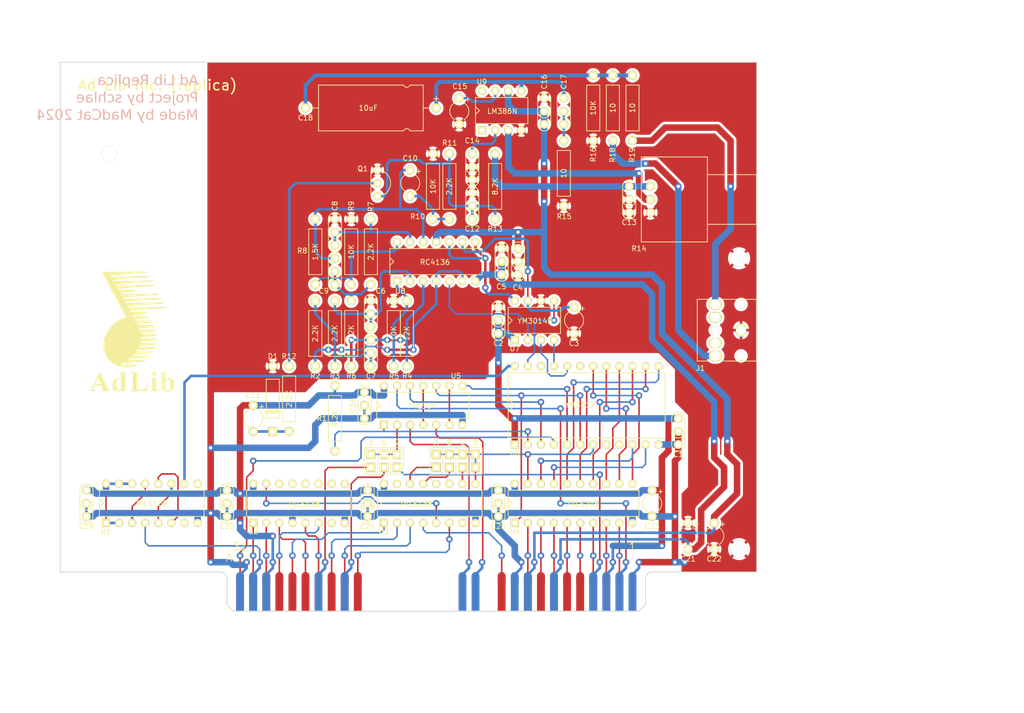
<source format=kicad_pcb>
(kicad_pcb (version 20221018) (generator pcbnew)
  (layers (0 "F.Cu" signal) (31 "B.Cu" signal) (34 "B.Paste" user) (35 "F.Paste" user) (36 "B.SilkS" user "B.Silkscreen") (37 "F.SilkS" user "F.Silkscreen") (38 "B.Mask" user) (39 "F.Mask" user) (44 "Edge.Cuts" user))
  (net 0 "")
  (net 1 "GND")
  (net 2 "VCC")
  (net 3 "/CV")
  (net 4 "+12VA")
  (net 5 "-12VA")
  (net 6 "Net-(C6-Pad2)")
  (net 7 "Net-(C7-Pad2)")
  (net 8 "Net-(C7-Pad1)")
  (net 9 "Net-(C8-Pad2)")
  (net 10 "Net-(C9-Pad2)")
  (net 11 "Net-(C10-Pad1)")
  (net 12 "Net-(C10-Pad2)")
  (net 13 "Net-(C11-Pad2)")
  (net 14 "Net-(C12-Pad2)")
  (net 15 "Net-(C13-Pad1)")
  (net 16 "Net-(C14-Pad1)")
  (net 17 "Net-(C15-Pad1)")
  (net 18 "Net-(C17-Pad2)")
  (net 19 "Net-(C17-Pad1)")
  (net 20 "Net-(C18-Pad2)")
  (net 21 "/IRQ3")
  (net 22 "Net-(P1-Pad2)")
  (net 23 "/IRQ5")
  (net 24 "/IRQ2")
  (net 25 "/0x218")
  (net 26 "/0x388")
  (net 27 "/0x288")
  (net 28 "/0x318")
  (net 29 "Net-(Q1-Pad2)")
  (net 30 "/~{IRQ}")
  (net 31 "Net-(R4-Pad1)")
  (net 32 "Net-(R8-Pad1)")
  (net 33 "Net-(R14-Pad2)")
  (net 34 "Net-(J1-Pad3)")
  (net 35 "Net-(J1-Pad2)")
  (net 36 "/OSC_14M3")
  (net 37 "Net-(U1-Pad12)")
  (net 38 "Net-(U1-Pad7)")
  (net 39 "Net-(U1-Pad9)")
  (net 40 "/MCLK")
  (net 41 "/A1")
  (net 42 "/A2")
  (net 43 "/A5")
  (net 44 "/A6")
  (net 45 "/A3")
  (net 46 "Net-(U2-Pad7)")
  (net 47 "Net-(U2-Pad9)")
  (net 48 "Net-(U2-Pad10)")
  (net 49 "Net-(U2-Pad11)")
  (net 50 "Net-(U2-Pad12)")
  (net 51 "Net-(U2-Pad13)")
  (net 52 "Net-(U2-Pad14)")
  (net 53 "Net-(U2-Pad15)")
  (net 54 "/A4")
  (net 55 "/A7")
  (net 56 "/A8")
  (net 57 "/AEN")
  (net 58 "/A9")
  (net 59 "Net-(U3-Pad7)")
  (net 60 "Net-(U3-Pad11)")
  (net 61 "Net-(U3-Pad12)")
  (net 62 "Net-(U3-Pad15)")
  (net 63 "/~{READ}")
  (net 64 "/D0")
  (net 65 "/D1")
  (net 66 "/D2")
  (net 67 "/D3")
  (net 68 "/D4")
  (net 69 "/D5")
  (net 70 "/D6")
  (net 71 "/DB5")
  (net 72 "/DB4")
  (net 73 "/DB3")
  (net 74 "/DB2")
  (net 75 "/DB1")
  (net 76 "/DB0")
  (net 77 "/D7")
  (net 78 "/DB7")
  (net 79 "/DB6")
  (net 80 "/~{IOR}")
  (net 81 "Net-(U5-Pad11)")
  (net 82 "/~{IOW}")
  (net 83 "Net-(U5-Pad6)")
  (net 84 "/~{WRITE}")
  (net 85 "/~{RESET}")
  (net 86 "/RESET")
  (net 87 "/A0")
  (net 88 "Net-(U6-Pad20)")
  (net 89 "Net-(U6-Pad21)")
  (net 90 "Net-(U6-Pad23)")
  (net 91 "Net-(U7-Pad2)")
  (net 92 "/MP")
  (net 93 "Net-(U9-Pad1)")
  (net 94 "Net-(U9-Pad8)")
  (net 95 "Net-(J1-Pad4)")
  (net 96 "Net-(J1-Pad5)")
  (net 97 "Net-(R2-Pad2)")
  (footprint "adlib:CAP23" (layer "F.Cu") (at 187.96 99.695 90)
    (fp_text reference "C1")
    (fp_text value "0.1uF")
  )
  (footprint "adlib:CAP23" (layer "F.Cu") (at 153.035 78.105 90)
    (fp_text reference "C2")
    (fp_text value "0.1uF")
  )
  (footprint "adlib:CAPAP200" (layer "F.Cu") (at 167.7035 75.565 -90)
    (fp_text reference "C3")
    (fp_text value "10uF")
  )
  (footprint "adlib:CAP23" (layer "F.Cu") (at 156.845 66.675 90)
    (fp_text reference "C4")
    (fp_text value "0.1uF")
  )
  (footprint "adlib:CAP23" (layer "F.Cu") (at 153.67 66.675 90)
    (fp_text reference "C5")
    (fp_text value "0.1uF")
  )
  (footprint "adlib:CAP23" (layer "F.Cu") (at 128.27 76.835 90)
    (fp_text reference "C6")
    (fp_text value "4700pF")
  )
  (footprint "adlib:CAP23" (layer "F.Cu") (at 128.27 84.455 90)
    (fp_text reference "C7")
    (fp_text value "4700pF")
  )
  (footprint "adlib:CAP23" (layer "F.Cu") (at 121.285 60.96 90)
    (fp_text reference "C8")
    (fp_text value "4700pF")
  )
  (footprint "adlib:CAP23" (layer "F.Cu") (at 121.285 68.58 90)
    (fp_text reference "C9")
    (fp_text value "4700pF")
  )
  (footprint "adlib:CAPAP200" (layer "F.Cu") (at 135.89 48.895 -90)
    (fp_text reference "C10")
    (fp_text value "4.7uF")
  )
  (footprint "adlib:CAPAP200" (layer "F.Cu") (at 105.41 94.615 -90)
    (fp_text reference "C11")
    (fp_text value "10uF")
  )
  (footprint "adlib:CAP23" (layer "F.Cu") (at 147.955 55.88 90)
    (fp_text reference "C12")
    (fp_text value "1000pF")
  )
  (footprint "adlib:CAP23" (layer "F.Cu") (at 178.435 54.61 90)
    (fp_text reference "C13")
    (fp_text value "270pF")
  )
  (footprint "adlib:CAP23" (layer "F.Cu") (at 147.955 48.26 90)
    (fp_text reference "C14")
    (fp_text value "0.1uF")
  )
  (footprint "adlib:CAPAP200" (layer "F.Cu") (at 145.415 34.925 -90)
    (fp_text reference "C15")
    (fp_text value "10uF")
  )
  (footprint "adlib:CAP23" (layer "F.Cu") (at 165.735 37.465 90)
    (fp_text reference "C17")
    (fp_text value "0.047uF")
  )
  (footprint "adlib:CAPA1000" (layer "F.Cu") (at 140.97 36.83 180)
    (fp_text reference "C18")
    (fp_text value "10uF")
  )
  (footprint "adlib:CAP23" (layer "F.Cu") (at 73.025 113.665 90)
    (fp_text reference "C19")
    (fp_text value "0.1uF")
  )
  (footprint "adlib:CAP23" (layer "F.Cu") (at 100.33 113.665 90)
    (fp_text reference "C20")
    (fp_text value "0.1uF")
  )
  (footprint "adlib:CAPAP200" (layer "F.Cu") (at 189.865 117.475 -90)
    (fp_text reference "C21")
    (fp_text value "10uF")
  )
  (footprint "adlib:CAPAP200" (layer "F.Cu") (at 194.945 117.475 -90)
    (fp_text reference "C22")
    (fp_text value "10uF")
  )
  (footprint "adlib:CAPAP200" (layer "F.Cu") (at 182.88 111.125 -90)
    (fp_text reference "C23")
    (fp_text value "10uF")
  )
  (footprint "adlib:CAP23" (layer "F.Cu") (at 127.635 113.665 90)
    (fp_text reference "C24")
    (fp_text value "0.1uF")
  )
  (footprint "adlib:CAP23" (layer "F.Cu") (at 153.035 113.665 90)
    (fp_text reference "C25")
    (fp_text value "0.1uF")
  )
  (footprint "adlib:CAP23" (layer "F.Cu") (at 127 94.615 90)
    (fp_text reference "C26")
    (fp_text value "0.1uF")
  )
  (footprint "adlib:DIOA500" (layer "F.Cu") (at 109.22 93.345 90)
    (fp_text reference "D1")
    (fp_text value "D")
  )
  (footprint "adlib:JMP3" (layer "F.Cu") (at 130.81 105.41)
    (fp_text reference "P1" hide)
    (fp_text value "IRQ")
  )
  (footprint "adlib:JMP4" (layer "F.Cu") (at 144.78 105.41)
    (fp_text reference "P2" hide)
    (fp_text value "ADDR")
  )
  (footprint "adlib:TO92-IL" (layer "F.Cu") (at 129.54 48.895 180)
    (fp_text reference "Q1")
    (fp_text value "2N3904")
  )
  (footprint "adlib:RESA500" (layer "F.Cu") (at 121.285 97.155 90)
    (fp_text reference "R1")
    (fp_text value "8.2K")
  )
  (footprint "adlib:RESA500" (layer "F.Cu") (at 117.475 80.645 90)
    (fp_text reference "R2")
    (fp_text value "2.2K")
  )
  (footprint "adlib:RESA500" (layer "F.Cu") (at 121.285 80.645 90)
    (fp_text reference "R3")
    (fp_text value "2.2K")
  )
  (footprint "adlib:RESA500" (layer "F.Cu") (at 135.255 80.645 90)
    (fp_text reference "R4")
    (fp_text value "12K")
  )
  (footprint "adlib:RESA500" (layer "F.Cu") (at 132.715 80.645 90)
    (fp_text reference "R5")
    (fp_text value "10K")
  )
  (footprint "adlib:RESA500" (layer "F.Cu") (at 124.46 80.645 90)
    (fp_text reference "R6")
    (fp_text value "2.2K")
  )
  (footprint "adlib:RESA500" (layer "F.Cu") (at 128.27 64.77 90)
    (fp_text reference "R7")
    (fp_text value "2.2K")
  )
  (footprint "adlib:RESA500" (layer "F.Cu") (at 117.475 64.77 -90)
    (fp_text reference "R8")
    (fp_text value "1.5K")
  )
  (footprint "adlib:RESA500" (layer "F.Cu") (at 124.46 64.77 90)
    (fp_text reference "R9")
    (fp_text value "10K")
  )
  (footprint "adlib:RESA500" (layer "F.Cu") (at 140.335 52.07 90)
    (fp_text reference "R10")
    (fp_text value "10K")
  )
  (footprint "adlib:RESA500" (layer "F.Cu") (at 143.51 52.07 90)
    (fp_text reference "R11")
    (fp_text value "2.2K")
  )
  (footprint "adlib:RESA500" (layer "F.Cu") (at 112.395 93.345 90)
    (fp_text reference "R12")
    (fp_text value "2.2K")
  )
  (footprint "adlib:RESA500" (layer "F.Cu") (at 152.4 52.07 90)
    (fp_text reference "R13")
    (fp_text value "8.2K")
  )
  (footprint "adlib:RESV_BOURNS_91A1A" (layer "F.Cu") (at 182.5625 54.61)
    (fp_text reference "R14")
    (fp_text value "POT")
  )
  (footprint "adlib:RESA500" (layer "F.Cu") (at 165.735 49.53 90)
    (fp_text reference "R15")
    (fp_text value "10")
  )
  (footprint "adlib:RESA500" (layer "F.Cu") (at 171.45 36.83 90)
    (fp_text reference "R16")
    (fp_text value "10K")
  )
  (footprint "adlib:RESA500" (layer "F.Cu") (at 175.26 36.83 -90)
    (fp_text reference "R18")
    (fp_text value "10")
  )
  (footprint "adlib:RESA500" (layer "F.Cu") (at 179.07 36.83 -90)
    (fp_text reference "R19")
    (fp_text value "10")
  )
  (footprint "adlib:DIP300_16N" (layer "F.Cu") (at 76.835 117.475)
    (fp_text reference "U1")
    (fp_text value "74LS109")
  )
  (footprint "adlib:DIP300_16N" (layer "F.Cu") (at 105.41 117.475)
    (fp_text reference "U2")
    (fp_text value "74LS138")
  )
  (footprint "adlib:DIP300_16N" (layer "F.Cu") (at 130.81 117.475)
    (fp_text reference "U3")
    (fp_text value "74LS138")
  )
  (footprint "adlib:DIP300_20N" (layer "F.Cu") (at 156.21 117.475)
    (fp_text reference "U4")
    (fp_text value "74LS245")
  )
  (footprint "adlib:DIP300_14N" (layer "F.Cu") (at 130.81 98.425)
    (fp_text reference "U5")
    (fp_text value "74LS04")
  )
  (footprint "adlib:DIP600_24N" (layer "F.Cu") (at 156.21 102.235)
    (fp_text reference "U6")
    (fp_text value "YM3812")
  )
  (footprint "adlib:DIP300_8N" (layer "F.Cu") (at 156.21 81.915)
    (fp_text reference "U7")
    (fp_text value "YM3014B")
  )
  (footprint "adlib:DIP300_14N" (layer "F.Cu") (at 133.35 70.485)
    (fp_text reference "U8")
    (fp_text value "RC4136")
  )
  (footprint "adlib:DIP300_8N" (layer "F.Cu") (at 149.86 41.148)
    (fp_text reference "U9")
    (fp_text value "LM386N")
  )
  (footprint "adlib:BUS_PC_ADLIB" (layer "F.Cu") (at 140.97 130.81)
    (fp_text reference "BUS1" hide)
    (fp_text value "BUSPC")
  )
  (footprint "adlib:JACK_CUI_SJ1-3553NG" (layer "F.Cu") (at 195.152 80.01 180)
    (fp_text reference "J1")
    (fp_text value "CONN_01X05")
  )
  (footprint "adlib:CAP23" (layer "F.Cu") (at 161.925 37.465 90)
    (fp_text reference "C16")
    (fp_text value "0.1uF")
  )
  (footprint "adlib:MNT_KEYSTONE_9202" (layer "F.Cu") (at 199.771 66.04)
    (fp_text reference "MNT1" hide)
    (fp_text value "CONN_01X01" hide)
  )
  (footprint "adlib:MNT_SPARE" (layer "F.Cu") (at 77.47 45.72)
    (fp_text reference "REF**" hide)
    (fp_text value "MNT_SPARE" hide)
  )
  (gr_poly (pts (xy 76.473313 89.929099) (xy 76.993806 91.071876) (xy 77.044445 91.187107) (xy 77.068495 91.240104) (xy 77.091735 91.290059) (xy 77.114194 91.336999) (xy 77.1359 91.380951) (xy 77.15688 91.421944) (xy 77.177162 91.460004) (xy 77.196775 91.49516) (xy 77.215746 91.527439) (xy 77.234103 91.556869) (xy 77.251874 91.583476) (xy 77.269087 91.607289) (xy 77.28577 91.628335) (xy 77.30195 91.646641) (xy 77.317656 91.662236) (xy 77.33091 91.671606) (xy 77.344507 91.68064) (xy 77.358496 91.689303) (xy 77.372921 91.697556) (xy 77.38783 91.705363) (xy 77.40327 91.712686) (xy 77.419286 91.719488) (xy 77.435925 91.725732) (xy 77.453234 91.731381) (xy 77.471259 91.736397) (xy 77.490047 91.740744) (xy 77.509645 91.744384) (xy 77.530098 91.747279) (xy 77.551453 91.749394) (xy 77.573757 91.75069) (xy 77.597056 91.75113) (xy 77.597056 91.852735) (xy 75.787465 91.852735) (xy 75.787465 91.75113) (xy 75.882715 91.75113) (xy 75.9063 91.750838) (xy 75.929409 91.749988) (xy 75.952017 91.748617) (xy 75.974093 91.746761) (xy 75.995612 91.744459) (xy 76.016544 91.741748) (xy 76.036862 91.738664) (xy 76.056539 91.735245) (xy 76.075545 91.731529) (xy 76.093854 91.727552) (xy 76.111438 91.723353) (xy 76.128268 91.718967) (xy 76.159558 91.709787) (xy 76.187499 91.700311) (xy 76.193302 91.69302) (xy 76.198797 91.685441) (xy 76.203976 91.677585) (xy 76.20883 91.66946) (xy 76.213348 91.661076) (xy 76.217522 91.652442) (xy 76.221342 91.643569) (xy 76.224799 91.634465) (xy 76.227885 91.625141) (xy 76.230589 91.615605) (xy 76.232903 91.605868) (xy 76.234816 91.595938) (xy 76.236321 91.585826) (xy 76.237407 91.575542) (xy 76.238065 91.565093) (xy 76.238287 91.554491) (xy 76.23825 91.543862) (xy 76.237991 91.531371) (xy 76.237286 91.51754) (xy 76.236697 91.510285) (xy 76.235912 91.502891) (xy 76.234904 91.495422) (xy 76.233645 91.487944) (xy 76.232106 91.480522) (xy 76.230261 91.47322) (xy 76.22808 91.466105) (xy 76.225537 91.459241) (xy 76.222603 91.452694) (xy 76.21925 91.446528) (xy 76.218877 91.442222) (xy 76.217761 91.436483) (xy 76.213296 91.420932) (xy 76.205855 91.400322) (xy 76.195437 91.375099) (xy 76.182042 91.345708) (xy 76.165671 91.312596) (xy 76.146324 91.276209) (xy 76.124 91.236993) (xy 75.920784 90.754393) (xy 74.619256 90.754393) (xy 74.441472 91.14811) (xy 74.423339 91.192734) (xy 74.407139 91.236018) (xy 74.399811 91.257111) (xy 74.393022 91.277814) (xy 74.386791 91.298107) (xy 74.381137 91.317973) (xy 74.376078 91.337392) (xy 74.371634 91.356346) (xy 74.367821 91.374816) (xy 74.36466 91.392783) (xy 74.362169 91.41023) (xy 74.360367 91.427138) (xy 74.359272 91.443487) (xy 74.358903 91.45926) (xy 74.359051 91.468152) (xy 74.359494 91.476968) (xy 74.360227 91.485705) (xy 74.361247 91.494364) (xy 74.364136 91.511439) (xy 74.368131 91.528186) (xy 74.373206 91.544595) (xy 74.379331 91.560657) (xy 74.38648 91.576365) (xy 74.394625 91.591709) (xy 74.403736 91.606681) (xy 74.413787 91.621272) (xy 74.42475 91.635473) (xy 74.436596 91.649277) (xy 74.449298 91.662674) (xy 74.462828 91.675655) (xy 74.477158 91.688213) (xy 74.492259 91.700338) (xy 74.51642 91.709814) (xy 74.546237 91.718994) (xy 74.582008 91.72758) (xy 74.62403 91.735273) (xy 74.6726 91.741775) (xy 74.728016 91.746789) (xy 74.790576 91.750015) (xy 74.860575 91.751157) (xy 74.860575 91.852762) (xy 73.571715 91.852762) (xy 73.571715 91.751157) (xy 73.583043 91.750936) (xy 73.594398 91.75028) (xy 73.605769 91.7492) (xy 73.617145 91.74771) (xy 73.639874 91.74354) (xy 73.662501 91.737865) (xy 73.684941 91.730776) (xy 73.707112 91.722369) (xy 73.728929 91.712735) (xy 73.750309 91.701969) (xy 73.771168 91.690163) (xy 73.791423 91.677412) (xy 73.810989 91.663807) (xy 73.829783 91.649444) (xy 73.847722 91.634414) (xy 73.864721 91.618812) (xy 73.880697 91.602731) (xy 73.895565 91.586263) (xy 73.911237 91.569307) (xy 73.927396 91.549429) (xy 73.944081 91.526688) (xy 73.961327 91.501137) (xy 73.997654 91.441832) (xy 74.036672 91.37196) (xy 74.078677 91.291968) (xy 74.123962 91.202301) (xy 74.225559 90.99573) (xy 74.455556 90.50671) (xy 74.739878 90.50671) (xy 75.806487 90.50671) (xy 75.539771 89.929066) (xy 75.273087 89.351216) (xy 75.006594 89.929066) (xy 74.739878 90.50671) (xy 74.455556 90.50671) (xy 74.727209 89.929121) (xy 75.577887 88.087779) (xy 75.635097 88.087759)) (fill solid) (layer "F.SilkS"))
  (gr_poly (pts (xy 84.854792 68.767957) (xy 80.696177 69.047357) (xy 80.240029 69.093761) (xy 79.80347 69.142505) (xy 79.399046 69.186486) (xy 79.212806 69.204471) (xy 79.039303 69.2186) (xy 77.966153 69.31385) (xy 77.948421 69.316383) (xy 77.930967 69.320341) (xy 77.913884 69.325628) (xy 77.897264 69.332144) (xy 77.881201 69.33979) (xy 77.865789 69.348467) (xy 77.851119 69.358077) (xy 77.837285 69.36852) (xy 77.82438 69.379698) (xy 77.812497 69.391512) (xy 77.80173 69.403864) (xy 77.79217 69.416653) (xy 77.783911 69.429783) (xy 77.777046 69.443153) (xy 77.771668 69.456664) (xy 77.767871 69.470219) (xy 77.765746 69.483718) (xy 77.765388 69.497062) (xy 77.766889 69.510153) (xy 77.770342 69.522892) (xy 77.77584 69.535179) (xy 77.783476 69.546917) (xy 77.793343 69.558005) (xy 77.805535 69.568347) (xy 77.820144 69.577841) (xy 77.837263 69.58639) (xy 77.856986 69.593896) (xy 77.879405 69.600258) (xy 77.904613 69.605378) (xy 77.932703 69.609158) (xy 77.963769 69.611498) (xy 77.997903 69.6123) (xy 80.353595 69.61865) (xy 85.255001 69.5361) (xy 85.312151 69.6504) (xy 81.147186 69.91075) (xy 80.695448 69.951728) (xy 80.257454 69.995682) (xy 79.496345 70.07585) (xy 78.423401 70.1711) (xy 78.406263 70.174227) (xy 78.389434 70.178778) (xy 78.373001 70.184654) (xy 78.357048 70.191754) (xy 78.341664 70.199979) (xy 78.326933 70.209228) (xy 78.312941 70.219402) (xy 78.299774 70.230401) (xy 78.28752 70.242125) (xy 78.276263 70.254474) (xy 78.266089 70.267348) (xy 78.257086 70.280647) (xy 78.249338 70.294271) (xy 78.242932 70.308121) (xy 78.237953 70.322097) (xy 78.234489 70.336097) (xy 78.232624 70.350024) (xy 78.232445 70.363776) (xy 78.234039 70.377253) (xy 78.23749 70.390357) (xy 78.242885 70.402986) (xy 78.250311 70.415042) (xy 78.259853 70.426423) (xy 78.271597 70.437031) (xy 78.285629 70.446765) (xy 78.302035 70.455525) (xy 78.320902 70.463212) (xy 78.342315 70.469725) (xy 78.36636 70.474965) (xy 78.393124 70.478831) (xy 78.422692 70.481224) (xy 78.455151 70.482044) (xy 80.810525 70.494951) (xy 85.71844 70.39335) (xy 85.76924 70.494951) (xy 81.629674 70.761444) (xy 80.729624 70.8559) (xy 80.326068 70.896282) (xy 79.972483 70.926544) (xy 78.88684 71.034494) (xy 78.869684 71.035891) (xy 78.852805 71.038822) (xy 78.836293 71.043186) (xy 78.820239 71.048881) (xy 78.804735 71.055803) (xy 78.789869 71.06385) (xy 78.775734 71.072921) (xy 78.76242 71.082913) (xy 78.750017 71.093723) (xy 78.738616 71.105249) (xy 78.728309 71.11739) (xy 78.719185 71.130042) (xy 78.711336 71.143103) (xy 78.704851 71.156471) (xy 78.699822 71.170044) (xy 78.69634 71.183719) (xy 78.694495 71.197394) (xy 78.694377 71.210967) (xy 78.696078 71.224335) (xy 78.699689 71.237396) (xy 78.705299 71.250048) (xy 78.712999 71.262189) (xy 78.722881 71.273715) (xy 78.735035 71.284525) (xy 78.749552 71.294517) (xy 78.766522 71.303588) (xy 78.786035 71.311635) (xy 78.808184 71.318557) (xy 78.833058 71.324252) (xy 78.860748 71.328616) (xy 78.891345 71.331547) (xy 78.92494 71.332944) (xy 81.286663 71.332944) (xy 86.162669 71.250394) (xy 86.232519 71.371044) (xy 82.092955 71.631394) (xy 81.859037 71.64757) (xy 81.629564 71.666782) (xy 81.189929 71.70987) (xy 80.786001 71.751767) (xy 80.601162 71.769491) (xy 80.429731 71.783583) (xy 79.36928 71.885183) (xy 79.350413 71.887733) (xy 79.33193 71.891745) (xy 79.31392 71.897118) (xy 79.296472 71.903749) (xy 79.279674 71.911539) (xy 79.263614 71.920385) (xy 79.24838 71.930188) (xy 79.234062 71.940845) (xy 79.220747 71.952255) (xy 79.208524 71.964318) (xy 79.197481 71.976931) (xy 79.187706 71.989995) (xy 79.179289 72.003408) (xy 79.172316 72.017068) (xy 79.166877 72.030875) (xy 79.16306 72.044727) (xy 79.160954 72.058523) (xy 79.160646 72.072162) (xy 79.162225 72.085543) (xy 79.165779 72.098565) (xy 79.171397 72.111127) (xy 79.179168 72.123126) (xy 79.189179 72.134464) (xy 79.201518 72.145037) (xy 79.216275 72.154745) (xy 79.233538 72.163487) (xy 79.253395 72.171161) (xy 79.275934 72.177667) (xy 79.301243 72.182904) (xy 79.329412 72.186769) (xy 79.360528 72.189163) (xy 79.39468 72.189983) (xy 81.750372 72.202683) (xy 82.270865 72.189983) (xy 82.410565 72.488433) (xy 81.997649 72.535462) (xy 81.597868 72.57892) (xy 81.226663 72.615234) (xy 81.0566 72.629596) (xy 80.899471 72.640833) (xy 79.839227 72.736083) (xy 79.8209 72.738633) (xy 79.802889 72.742645) (xy 79.785287 72.748018) (xy 79.768187 72.754649) (xy 79.751682 72.762439) (xy 79.735866 72.771285) (xy 79.720832 72.781088) (xy 79.706671 72.791745) (xy 79.693478 72.803155) (xy 79.681346 72.815218) (xy 79.670367 72.827831) (xy 79.660634 72.840895) (xy 79.652241 72.854308) (xy 79.64528 72.867968) (xy 79.639844 72.881775) (xy 79.636028 72.895627) (xy 79.633922 72.909423) (xy 79.633621 72.923062) (xy 79.635218 72.936443) (xy 79.638806 72.949465) (xy 79.644477 72.962027) (xy 79.652324 72.974027) (xy 79.662441 72.985364) (xy 79.674921 72.995937) (xy 79.689857 73.005645) (xy 79.707341 73.014387) (xy 79.727467 73.022061) (xy 79.750327 73.028567) (xy 79.776016 73.033804) (xy 79.804625 73.037669) (xy 79.836248 73.040063) (xy 79.870977 73.040883) (xy 82.220001 73.059933) (xy 82.689901 73.040883) (xy 86.988216 72.951983) (xy 87.058066 73.091683) (xy 83.032802 73.326426) (xy 82.137513 73.427233) (xy 81.734552 73.470194) (xy 81.37561 73.504226) (xy 80.302666 73.599476) (xy 80.284933 73.60255) (xy 80.267512 73.606947) (xy 80.25049 73.61258) (xy 80.233957 73.619357) (xy 80.218001 73.627191) (xy 80.202709 73.63599) (xy 80.188172 73.645667) (xy 80.174476 73.65613) (xy 80.16171 73.667291) (xy 80.149962 73.679061) (xy 80.139322 73.691348) (xy 80.129877 73.704065) (xy 80.121715 73.717122) (xy 80.114926 73.730428) (xy 80.109597 73.743895) (xy 80.105816 73.757433) (xy 80.103673 73.770952) (xy 80.103255 73.784363) (xy 80.104651 73.797576) (xy 80.107949 73.810502) (xy 80.113238 73.823052) (xy 80.120606 73.835135) (xy 80.130141 73.846662) (xy 80.141932 73.857544) (xy 80.156067 73.867692) (xy 80.172634 73.877015) (xy 80.191722 73.885424) (xy 80.213419 73.892829) (xy 80.237814 73.899142) (xy 80.264994 73.904272) (xy 80.295049 73.90813) (xy 80.328066 73.910627) (xy 82.68979 73.916976) (xy 87.464196 73.815376) (xy 87.514996 73.936026) (xy 83.502431 74.190027) (xy 83.045521 74.235469) (xy 82.608807 74.282102) (xy 82.207782 74.323972) (xy 82.025495 74.341261) (xy 81.85794 74.355127) (xy 80.778646 74.450377) (xy 80.760896 74.453467) (xy 80.743426 74.457951) (xy 80.726329 74.463731) (xy 80.709698 74.47071) (xy 80.693626 74.478793) (xy 80.678205 74.487883) (xy 80.663529 74.497883) (xy 80.649691 74.508697) (xy 80.636783 74.520228) (xy 80.624899 74.53238) (xy 80.614131 74.545055) (xy 80.604572 74.558158) (xy 80.596315 74.571592) (xy 80.589453 74.585261) (xy 80.584079 74.599067) (xy 80.580286 74.612915) (xy 80.578167 74.626707) (xy 80.577814 74.640348) (xy 80.579321 74.65374) (xy 80.58278 74.666788) (xy 80.588285 74.679394) (xy 80.595927 74.691462) (xy 80.605801 74.702896) (xy 80.617999 74.713599) (xy 80.632614 74.723474) (xy 80.649739 74.732426) (xy 80.669466 74.740356) (xy 80.691889 74.747169) (xy 80.717101 74.752769) (xy 80.745194 74.757058) (xy 80.776262 74.759941) (xy 80.810396 74.76132) (xy 83.16577 74.77402) (xy 87.902234 74.67242) (xy 87.965734 74.79307) (xy 83.965869 75.04707) (xy 83.509667 75.090825) (xy 83.073756 75.135176) (xy 82.671192 75.178336) (xy 82.315028 75.21852) (xy 81.242085 75.30742) (xy 81.223775 75.309971) (xy 81.205816 75.313983) (xy 81.188296 75.319355) (xy 81.171305 75.325986) (xy 81.154932 75.333776) (xy 81.139268 75.342623) (xy 81.124401 75.352425) (xy 81.110422 75.363082) (xy 81.097419 75.374492) (xy 81.085482 75.386555) (xy 81.074701 75.399169) (xy 81.065166 75.412232) (xy 81.056965 75.425645) (xy 81.050188 75.439305) (xy 81.044926 75.453112) (xy 81.041266 75.466964) (xy 81.0393 75.48076) (xy 81.039116 75.4944) (xy 81.040804 75.507781) (xy 81.044454 75.520803) (xy 81.050154 75.533364) (xy 81.057996 75.545364) (xy 81.068067 75.556701) (xy 81.080458 75.567274) (xy 81.095258 75.576982) (xy 81.112557 75.585724) (xy 81.132444 75.593399) (xy 81.155008 75.599905) (xy 81.18034 75.605141) (xy 81.208529 75.609006) (xy 81.239664 75.6114) (xy 81.273835 75.61222) (xy 83.629209 75.62492) (xy 88.346624 75.53602) (xy 88.410124 75.64397) (xy 84.422958 75.897763) (xy 83.965734 75.946976) (xy 83.527592 75.996188) (xy 83.122836 76.040638) (xy 82.765767 76.075564) (xy 81.692824 76.164464) (xy 81.674514 76.16705) (xy 81.656556 76.171169) (xy 81.63904 76.176712) (xy 81.622056 76.183576) (xy 81.605695 76.191653) (xy 81.590049 76.200838) (xy 81.575206 76.211026) (xy 81.56126 76.22211) (xy 81.548299 76.233984) (xy 81.536415 76.246544) (xy 81.525698 76.259683) (xy 81.516239 76.273294) (xy 81.508129 76.287274) (xy 81.501459 76.301514) (xy 81.496318 76.315911) (xy 81.492799 76.330358) (xy 81.490991 76.344748) (xy 81.490985 76.358978) (xy 81.492872 76.372939) (xy 81.496743 76.386528) (xy 81.502688 76.399637) (xy 81.510798 76.412162) (xy 81.521163 76.423996) (xy 81.533875 76.435033) (xy 81.549024 76.445169) (xy 81.566701 76.454296) (xy 81.586996 76.462309) (xy 81.610001 76.469103) (xy 81.635805 76.474571) (xy 81.6645 76.478607) (xy 81.696176 76.481107) (xy 81.730923 76.481964) (xy 84.079948 76.488313) (xy 84.467298 76.481964) (xy 84.632192 76.767714) (xy 84.220355 76.816628) (xy 83.841798 76.858995) (xy 83.496539 76.895408) (xy 83.184598 76.926463) (xy 82.105305 77.015363) (xy 82.088149 77.019048) (xy 82.07127 77.024087) (xy 82.054758 77.030383) (xy 82.0387 77.03784) (xy 82.023188 77.04636) (xy 82.00831 77.055849) (xy 81.994156 77.066208) (xy 81.980814 77.077343) (xy 81.968376 77.089155) (xy 81.956929 77.10155) (xy 81.946564 77.114431) (xy 81.93737 77.1277) (xy 81.929435 77.141262) (xy 81.922851 77.155021) (xy 81.917706 77.168879) (xy 81.914089 77.182741) (xy 81.91209 77.19651) (xy 81.911798 77.210089) (xy 81.913303 77.223382) (xy 81.916694 77.236294) (xy 81.922061 77.248726) (xy 81.929492 77.260583) (xy 81.939078 77.271769) (xy 81.950908 77.282186) (xy 81.965071 77.291739) (xy 81.981657 77.300332) (xy 82.000755 77.307866) (xy 82.022454 77.314248) (xy 82.046845 77.319379) (xy 82.074015 77.323163) (xy 82.104056 77.325504) (xy 82.137055 77.326306) (xy 84.499095 77.332657) (xy 84.943389 77.326306) (xy 85.127539 77.631106) (xy 84.921768 77.647552) (xy 84.716011 77.66742) (xy 84.316429 77.712069) (xy 83.952566 77.754336) (xy 83.791458 77.771228) (xy 83.648195 77.783506) (xy 82.562551 77.878756) (xy 82.545972 77.88019) (xy 82.529632 77.883226) (xy 82.513623 77.887758) (xy 82.498034 77.893677) (xy 82.482957 77.900874) (xy 82.468483 77.909243) (xy 82.454701 77.918674) (xy 82.441703 77.92906) (xy 82.429579 77.940293) (xy 82.418421 77.952264) (xy 82.408318 77.964865) (xy 82.399361 77.977988) (xy 82.391642 77.991525) (xy 82.385251 78.005367) (xy 82.380278 78.019408) (xy 82.376814 78.033538) (xy 82.37495 78.047649) (xy 82.374777 78.061634) (xy 82.376385 78.075383) (xy 82.379865 78.08879) (xy 82.385308 78.101746) (xy 82.392804 78.114142) (xy 82.402444 78.125871) (xy 82.414319 78.136825) (xy 82.428519 78.146894) (xy 82.445135 78.155972) (xy 82.464259 78.16395) (xy 82.485979 78.17072) (xy 82.510388 78.176174) (xy 82.537576 78.180203) (xy 82.567634 78.1827) (xy 82.600652 78.183557) (xy 85.457675 78.183557) (xy 85.635475 78.462749) (xy 85.194183 78.507299) (xy 84.767216 78.552444) (xy 84.079932 78.62785) (xy 82.994288 78.729451) (xy 82.977691 78.731965) (xy 82.9613 78.735873) (xy 82.945208 78.741082) (xy 82.929511 78.747496) (xy 82.914302 78.755022) (xy 82.899676 78.763565) (xy 82.885726 78.773031) (xy 82.872547 78.783326) (xy 82.860233 78.794356) (xy 82.848879 78.806027) (xy 82.838578 78.818244) (xy 82.829424 78.830914) (xy 82.821513 78.843942) (xy 82.814937 78.857233) (xy 82.809791 78.870695) (xy 82.80617 78.884232) (xy 82.804167 78.89775) (xy 82.803877 78.911156) (xy 82.805394 78.924354) (xy 82.808812 78.937252) (xy 82.814225 78.949754) (xy 82.821727 78.961767) (xy 82.831413 78.973196) (xy 82.843377 78.983947) (xy 82.857713 78.993926) (xy 82.874515 79.003039) (xy 82.893877 79.011191) (xy 82.915894 79.018289) (xy 82.940659 79.024238) (xy 82.968267 79.028944) (xy 82.998812 79.032313) (xy 83.032389 79.034251) (xy 85.400461 79.034251) (xy 85.965405 79.021551) (xy 85.986849 79.058634) (xy 86.008367 79.097949) (xy 86.051924 79.1803) (xy 86.074112 79.221848) (xy 86.096671 79.262652) (xy 86.119678 79.301968) (xy 86.131372 79.320835) (xy 86.143205 79.339051) (xy 85.914794 79.359168) (xy 85.69195 79.380921) (xy 85.26625 79.426363) (xy 84.872667 79.469424) (xy 84.517764 79.504151) (xy 83.45117 79.599401) (xy 83.43342 79.601969) (xy 83.41595 79.606033) (xy 83.398853 79.611488) (xy 83.382221 79.618231) (xy 83.366149 79.62616) (xy 83.350729 79.63517) (xy 83.336053 79.645159) (xy 83.322215 79.656023) (xy 83.309307 79.667658) (xy 83.297422 79.679961) (xy 83.286654 79.692828) (xy 83.277095 79.706157) (xy 83.268839 79.719844) (xy 83.261977 79.733785) (xy 83.256603 79.747877) (xy 83.25281 79.762016) (xy 83.25069 79.7761) (xy 83.250338 79.790025) (xy 83.251844 79.803687) (xy 83.255304 79.816983) (xy 83.260808 79.82981) (xy 83.268451 79.842063) (xy 83.278325 79.853641) (xy 83.290523 79.864439) (xy 83.305138 79.874353) (xy 83.322262 79.883282) (xy 83.34199 79.89112) (xy 83.364413 79.897765) (xy 83.389625 79.903113) (xy 83.417718 79.907062) (xy 83.448786 79.909507) (xy 83.482921 79.910345) (xy 85.844644 79.916695) (xy 86.403445 79.910345) (xy 86.517744 80.196094) (xy 86.143095 80.246894) (xy 85.7387 80.286284) (xy 85.416994 80.314363) (xy 85.129778 80.33887) (xy 84.828851 80.367544) (xy 83.755908 80.450095) (xy 83.738175 80.453204) (xy 83.720755 80.457704) (xy 83.703737 80.463496) (xy 83.687212 80.470484) (xy 83.671267 80.47857) (xy 83.655993 80.487655) (xy 83.64148 80.497643) (xy 83.627817 80.508435) (xy 83.615093 80.519935) (xy 83.603398 80.532043) (xy 83.592822 80.544663) (xy 83.583454 80.557698) (xy 83.575383 80.571048) (xy 83.5687 80.584617) (xy 83.563493 80.598307) (xy 83.559852 80.61202) (xy 83.557867 80.625659) (xy 83.557628 80.639125) (xy 83.559223 80.652322) (xy 83.562742 80.665151) (xy 83.568275 80.677516) (xy 83.575912 80.689317) (xy 83.585741 80.700459) (xy 83.597853 80.710842) (xy 83.612337 80.720369) (xy 83.629282 80.728943) (xy 83.648779 80.736466) (xy 83.670915 80.74284) (xy 83.695782 80.747967) (xy 83.723469 80.751751) (xy 83.754064 80.754092) (xy 83.787658 80.754895) (xy 86.143032 80.767594) (xy 86.612932 80.754895) (xy 86.616286 80.770734) (xy 86.619232 80.787252) (xy 86.624043 80.822063) (xy 86.627665 80.858804) (xy 86.630393 80.896951) (xy 86.638331 81.053138) (xy 86.517681 81.053138) (xy 86.070011 81.094016) (xy 85.646206 81.137275) (xy 85.253365 81.178153) (xy 84.89859 81.211888) (xy 83.831996 81.313488) (xy 83.814804 81.314939) (xy 83.79782 81.318029) (xy 83.781141 81.322646) (xy 83.764863 81.328681) (xy 83.749082 81.336022) (xy 83.733896 81.34456) (xy 83.7194 81.354184) (xy 83.705691 81.364784) (xy 83.692866 81.376248) (xy 83.681022 81.388468) (xy 83.670253 81.401331) (xy 83.660659 81.414728) (xy 83.652333 81.428548) (xy 83.645374 81.442681) (xy 83.639878 81.457017) (xy 83.635941 81.471444) (xy 83.633659 81.485852) (xy 83.63313 81.500132) (xy 83.634449 81.514172) (xy 83.637714 81.527862) (xy 83.643021 81.541092) (xy 83.650465 81.55375) (xy 83.660145 81.565728) (xy 83.672155 81.576913) (xy 83.686594 81.587197) (xy 83.703557 81.596467) (xy 83.72314 81.604614) (xy 83.745441 81.611528) (xy 83.770555 81.617098) (xy 83.79858 81.621213) (xy 83.829612 81.623763) (xy 83.863747 81.624637) (xy 86.66362 81.624637) (xy 86.660265 81.641379) (xy 86.65732 81.65826) (xy 86.652508 81.692404) (xy 86.648886 81.726994) (xy 86.646158 81.761956) (xy 86.638221 81.904037) (xy 86.454071 81.923088) (xy 86.000448 81.964958) (xy 85.563545 82.0104) (xy 85.157608 82.053461) (xy 84.79688 82.088188) (xy 83.730286 82.183438) (xy 83.713093 82.185429) (xy 83.696108 82.188952) (xy 83.679425 82.193901) (xy 83.663139 82.200172) (xy 83.647347 82.207661) (xy 83.632143 82.216263) (xy 83.617622 82.225874) (xy 83.603881 82.236389) (xy 83.591014 82.247702) (xy 83.579116 82.259711) (xy 83.568284 82.27231) (xy 83.558612 82.285394) (xy 83.550196 82.29886) (xy 83.543131 82.312602) (xy 83.537512 82.326516) (xy 83.533436 82.340497) (xy 83.530996 82.354442) (xy 83.530288 82.368244) (xy 83.531409 82.3818) (xy 83.534453 82.395005) (xy 83.539515 82.407755) (xy 83.546691 82.419944) (xy 83.556076 82.431469) (xy 83.567765 82.442225) (xy 83.581855 82.452107) (xy 83.598439 82.461011) (xy 83.617615 82.468832) (xy 83.639476 82.475465) (xy 83.664118 82.480806) (xy 83.691637 82.484751) (xy 83.722127 82.487194) (xy 83.755685 82.488032) (xy 86.111059 82.500731) (xy 86.536509 82.488032) (xy 86.529105 82.521084) (xy 86.521329 82.553615) (xy 86.505553 82.617413) (xy 86.498 82.648828) (xy 86.490968 82.68002) (xy 86.48468 82.711063) (xy 86.479359 82.742031) (xy 86.161859 82.754731) (xy 85.706636 82.800373) (xy 85.272205 82.848394) (xy 84.86989 82.894035) (xy 84.511018 82.932531) (xy 83.438075 83.021431) (xy 83.421442 83.022864) (xy 83.404948 83.025901) (xy 83.388691 83.030432) (xy 83.372773 83.036351) (xy 83.357292 83.043549) (xy 83.34235 83.051918) (xy 83.328045 83.061349) (xy 83.314477 83.071735) (xy 83.301747 83.082968) (xy 83.289955 83.094939) (xy 83.2792 83.10754) (xy 83.269581 83.120663) (xy 83.2612 83.1342) (xy 83.254156 83.148042) (xy 83.248548 83.162083) (xy 83.244477 83.176213) (xy 83.242043 83.190324) (xy 83.241345 83.204309) (xy 83.242483 83.218058) (xy 83.245557 83.231465) (xy 83.250667 83.244421) (xy 83.257914 83.256817) (xy 83.267396 83.268546) (xy 83.279213 83.279499) (xy 83.293467 83.289569) (xy 83.310255 83.298647) (xy 83.329679 83.306625) (xy 83.351839 83.313395) (xy 83.376833 83.318848) (xy 83.404762 83.322878) (xy 83.435726 83.325375) (xy 83.469825 83.326231) (xy 86.263348 83.326231) (xy 86.264836 83.326114) (xy 86.241818 83.397254) (xy 86.230457 83.432266) (xy 86.218799 83.466608) (xy 86.206545 83.500057) (xy 86.200102 83.516377) (xy 86.193398 83.53239) (xy 86.186397 83.548068) (xy 86.179061 83.563384) (xy 86.171353 83.578308) (xy 86.163236 83.592814) (xy 85.668142 83.630914) (xy 85.213824 83.676436) (xy 84.781584 83.724397) (xy 84.381501 83.770015) (xy 84.02365 83.808508) (xy 82.950707 83.891058) (xy 82.932361 83.893627) (xy 82.914295 83.897692) (xy 82.896604 83.90315) (xy 82.879381 83.909897) (xy 82.862721 83.917831) (xy 82.846718 83.926847) (xy 82.831466 83.936841) (xy 82.81706 83.947712) (xy 82.803593 83.959354) (xy 82.791159 83.971665) (xy 82.779853 83.984542) (xy 82.76977 83.997879) (xy 82.761002 84.011575) (xy 82.753645 84.025526) (xy 82.747793 84.039627) (xy 82.743539 84.053777) (xy 82.740978 84.06787) (xy 82.740204 84.081804) (xy 82.741312 84.095476) (xy 82.744395 84.108781) (xy 82.749547 84.121616) (xy 82.756864 84.133879) (xy 82.766438 84.145464) (xy 82.778365 84.156269) (xy 82.792738 84.166191) (xy 82.809651 84.175126) (xy 82.829199 84.18297) (xy 82.851476 84.189619) (xy 82.876577 84.194972) (xy 82.904594 84.198923) (xy 82.935623 84.201369) (xy 82.969757 84.202208) (xy 85.325131 84.214908) (xy 85.858324 84.202208) (xy 85.847933 84.216494) (xy 85.838067 84.23077) (xy 85.828662 84.245028) (xy 85.819653 84.259258) (xy 85.802563 84.287598) (xy 85.786279 84.315714) (xy 85.770283 84.343532) (xy 85.754056 84.370979) (xy 85.73708 84.397979) (xy 85.72815 84.411288) (xy 85.718837 84.424457) (xy 84.956837 84.462558) (xy 84.499729 84.504528) (xy 84.061625 84.550665) (xy 83.299646 84.634009) (xy 82.233052 84.729258) (xy 82.214742 84.730691) (xy 82.196781 84.733726) (xy 82.179257 84.738255) (xy 82.162259 84.74417) (xy 82.145875 84.751363) (xy 82.130193 84.759726) (xy 82.115301 84.769151) (xy 82.101289 84.77953) (xy 82.088244 84.790755) (xy 82.076255 84.802718) (xy 82.06541 84.81531) (xy 82.055797 84.828425) (xy 82.047506 84.841952) (xy 82.040623 84.855786) (xy 82.035238 84.869817) (xy 82.031439 84.883937) (xy 82.029314 84.898039) (xy 82.028952 84.912014) (xy 82.030442 84.925754) (xy 82.03387 84.939151) (xy 82.039326 84.952098) (xy 82.046899 84.964486) (xy 82.056676 84.976207) (xy 82.068745 84.987153) (xy 82.083196 84.997216) (xy 82.100117 85.006287) (xy 82.119596 85.01426) (xy 82.141721 85.021025) (xy 82.16658 85.026475) (xy 82.194263 85.030502) (xy 82.224857 85.032997) (xy 82.258451 85.033853) (xy 84.620175 85.046553) (xy 85.261526 85.033853) (xy 85.235877 85.059785) (xy 85.211122 85.085346) (xy 85.1631 85.136244) (xy 85.064675 85.2434) (xy 84.061581 85.306901) (xy 83.601707 85.35155) (xy 83.163911 85.397389) (xy 82.40439 85.478352) (xy 81.337796 85.573602) (xy 81.320027 85.575593) (xy 81.302501 85.579117) (xy 81.285312 85.584069) (xy 81.268554 85.590344) (xy 81.252322 85.597838) (xy 81.236709 85.606446) (xy 81.221811 85.616062) (xy 81.20772 85.626584) (xy 81.194532 85.637905) (xy 81.182341 85.649922) (xy 81.17124 85.662529) (xy 81.161323 85.675622) (xy 81.152686 85.689097) (xy 81.145422 85.702849) (xy 81.139625 85.716772) (xy 81.13539 85.730763) (xy 81.132811 85.744717) (xy 81.131981 85.758529) (xy 81.132995 85.772094) (xy 81.135948 85.785309) (xy 81.140933 85.798067) (xy 81.148045 85.810265) (xy 81.157378 85.821798) (xy 81.169025 85.832562) (xy 81.183082 85.842451) (xy 81.199642 85.851361) (xy 81.2188 85.859187) (xy 81.240649 85.865825) (xy 81.265284 85.87117) (xy 81.292799 85.875117) (xy 81.323289 85.877563) (xy 81.356846 85.878401) (xy 83.718571 85.891101) (xy 84.46787 85.865703) (xy 84.39435 85.919777) (xy 84.356361 85.947297) (xy 84.317852 85.974446) (xy 84.279045 86.000702) (xy 84.240164 86.025545) (xy 84.220765 86.037273) (xy 84.201431 86.048452) (xy 84.18219 86.059017) (xy 84.16307 86.068904) (xy 82.753577 86.157803) (xy 82.300053 86.203414) (xy 81.863845 86.251385) (xy 81.102736 86.335602) (xy 80.042492 86.424288) (xy 80.02357 86.426838) (xy 80.004964 86.43085) (xy 79.986771 86.436223) (xy 79.969083 86.442854) (xy 79.951995 86.450644) (xy 79.935601 86.45949) (xy 79.919996 86.469293) (xy 79.905273 86.479949) (xy 79.891527 86.49136) (xy 79.878851 86.503422) (xy 79.867341 86.516036) (xy 79.85709 86.5291) (xy 79.848192 86.542512) (xy 79.840742 86.556173) (xy 79.834834 86.569979) (xy 79.830561 86.583831) (xy 79.828019 86.597627) (xy 79.827301 86.611267) (xy 79.828501 86.624648) (xy 79.831715 86.63767) (xy 79.837035 86.650231) (xy 79.844556 86.662231) (xy 79.854372 86.673568) (xy 79.866578 86.684141) (xy 79.881267 86.693849) (xy 79.898534 86.702591) (xy 79.918473 86.710266) (xy 79.941178 86.716771) (xy 79.966743 86.722008) (xy 79.995263 86.725873) (xy 80.026831 86.728267) (xy 80.061542 86.729087) (xy 82.410566 86.741789) (xy 82.912216 86.729087) (xy 82.683646 86.816315) (xy 82.454114 86.893525) (xy 82.223957 86.96078) (xy 81.993513 87.018141) (xy 81.763121 87.065672) (xy 81.533119 87.103436) (xy 81.303845 87.131496) (xy 81.075637 87.149914) (xy 80.848834 87.158752) (xy 80.623774 87.158075) (xy 80.400794 87.147944) (xy 80.180234 87.128423) (xy 79.962431 87.099574) (xy 79.747724 87.06146) (xy 79.536452 87.014144) (xy 79.328951 86.957688) (xy 79.125561 86.892156) (xy 78.926619 86.817609) (xy 78.732464 86.734112) (xy 78.543435 86.641726) (xy 78.359869 86.540515) (xy 78.182104 86.430541) (xy 78.01048 86.311867) (xy 77.845333 86.184556) (xy 77.687003 86.048671) (xy 77.535827 85.904274) (xy 77.392144 85.751428) (xy 77.256292 85.590197) (xy 77.12861 85.420642) (xy 77.009435 85.242826) (xy 76.899106 85.056813) (xy 76.79796 84.862665) (xy 76.698249 84.643247) (xy 76.612091 84.419798) (xy 76.539311 84.192754) (xy 76.479736 83.962547) (xy 76.433191 83.729611) (xy 76.399501 83.494379) (xy 76.378492 83.257286) (xy 76.36999 83.018765) (xy 76.37382 82.779249) (xy 76.389809 82.539172) (xy 76.41778 82.298967) (xy 76.457561 82.059068) (xy 76.508976 81.819909) (xy 76.571851 81.581924) (xy 76.646013 81.345545) (xy 76.731285 81.111206) (xy 76.827495 80.879342) (xy 76.934467 80.650385) (xy 77.052028 80.424768) (xy 77.180002 80.202927) (xy 77.318216 79.985294) (xy 77.466494 79.772303) (xy 77.624663 79.564387) (xy 77.792549 79.36198) (xy 77.969976 79.165516) (xy 78.15677 78.975427) (xy 78.352758 78.792149) (xy 78.557763 78.616114) (xy 78.771613 78.447755) (xy 78.994133 78.287507) (xy 79.225148 78.135803) (xy 79.464484 77.993077) (xy 79.618297 77.911556) (xy 79.774638 77.833831) (xy 79.933058 77.760123) (xy 80.093108 77.690658) (xy 80.254339 77.625657) (xy 80.416301 77.565345) (xy 80.578547 77.509944) (xy 80.740627 77.459677) (xy 76.105921 68.729857) (xy 84.797643 68.672707)) (stroke (width 0.088899)) (fill solid) (layer "F.SilkS"))
  (gr_poly (pts (xy 83.457018 88.252871) (xy 83.291917 88.252871) (xy 83.273026 88.253028) (xy 83.254484 88.25354) (xy 83.236335 88.25446) (xy 83.218627 88.255845) (xy 83.201405 88.25775) (xy 83.184715 88.260232) (xy 83.168603 88.263347) (xy 83.153115 88.26715) (xy 83.138296 88.271697) (xy 83.124193 88.277044) (xy 83.117424 88.280035) (xy 83.110851 88.283247) (xy 83.104481 88.286686) (xy 83.098317 88.290361) (xy 83.092368 88.294278) (xy 83.086637 88.298443) (xy 83.081131 88.302865) (xy 83.075855 88.307549) (xy 83.070816 88.312503) (xy 83.066019 88.317733) (xy 83.06147 88.323248) (xy 83.057174 88.329053) (xy 83.051908 88.329778) (xy 83.046823 88.330757) (xy 83.041912 88.331985) (xy 83.037169 88.333456) (xy 83.03259 88.335164) (xy 83.028168 88.337104) (xy 83.023896 88.339268) (xy 83.019771 88.341653) (xy 83.015785 88.344252) (xy 83.011932 88.347059) (xy 83.008208 88.350068) (xy 83.004606 88.353273) (xy 82.997744 88.360251) (xy 82.991301 88.367944) (xy 82.98523 88.376307) (xy 82.979485 88.385294) (xy 82.974019 88.394857) (xy 82.968785 88.404951) (xy 82.963737 88.415528) (xy 82.958828 88.426543) (xy 82.949242 88.449698) (xy 82.945818 88.460113) (xy 82.942682 88.472296) (xy 82.937238 88.50189) (xy 82.932836 88.53833) (xy 82.929401 88.581469) (xy 82.92686 88.631155) (xy 82.925137 88.687241) (xy 82.924158 88.749577) (xy 82.923848 88.818015) (xy 82.923848 91.097189) (xy 82.924158 91.159337) (xy 82.925137 91.216946) (xy 82.92686 91.269644) (xy 82.929401 91.317058) (xy 82.932836 91.358817) (xy 82.934911 91.377459) (xy 82.937238 91.394548) (xy 82.939825 91.410037) (xy 82.942682 91.423879) (xy 82.945818 91.436029) (xy 82.949242 91.446439) (xy 82.951715 91.451722) (xy 82.954364 91.45686) (xy 82.957181 91.461853) (xy 82.960156 91.466704) (xy 82.96328 91.471416) (xy 82.966543 91.475991) (xy 82.973451 91.484739) (xy 82.980805 91.492966) (xy 82.988531 91.50069) (xy 82.996555 91.507932) (xy 83.004802 91.514708) (xy 83.013198 91.521037) (xy 83.021668 91.526939) (xy 83.030138 91.532431) (xy 83.038534 91.537533) (xy 83.046781 91.542262) (xy 83.054805 91.546637) (xy 83.069886 91.554401) (xy 83.080294 91.55999) (xy 83.092436 91.564881) (xy 83.106268 91.569122) (xy 83.121743 91.572757) (xy 83.138815 91.575834) (xy 83.157439 91.5784) (xy 83.199157 91.582183) (xy 83.24653 91.584477) (xy 83.299192 91.585656) (xy 83.418914 91.586152) (xy 83.736414 91.586152) (xy 83.769811 91.585567) (xy 83.803264 91.583857) (xy 83.83668 91.581086) (xy 83.869965 91.577319) (xy 83.903028 91.572622) (xy 83.935775 91.56706) (xy 83.968112 91.560698) (xy 83.999947 91.553601) (xy 84.031187 91.545835) (xy 84.061739 91.537464) (xy 84.091509 91.528553) (xy 84.120404 91.519168) (xy 84.148332 91.509374) (xy 84.1752 91.499236) (xy 84.200913 91.488819) (xy 84.22538 91.478189) (xy 84.252183 91.465624) (xy 84.277879 91.451784) (xy 84.30255 91.436736) (xy 84.326281 91.420543) (xy 84.349155 91.403271) (xy 84.371255 91.384985) (xy 84.392664 91.365751) (xy 84.413467 91.345633) (xy 84.433747 91.324696) (xy 84.453587 91.303006) (xy 84.47307 91.280628) (xy 84.49228 91.257626) (xy 84.530215 91.210014) (xy 84.568058 91.16069) (xy 84.602202 91.104458) (xy 84.637611 91.040637) (xy 84.673763 90.969376) (xy 84.710139 90.890823) (xy 84.746218 90.805125) (xy 84.781478 90.712433) (xy 84.815398 90.612893) (xy 84.847458 90.506655) (xy 84.980814 90.506655) (xy 84.847458 91.852649) (xy 81.488943 91.852649) (xy 81.488943 91.751042) (xy 81.60323 91.751042) (xy 81.622482 91.75075) (xy 81.64205 91.7499) (xy 81.661804 91.748529) (xy 81.681613 91.746673) (xy 81.701347 91.744371) (xy 81.720874 91.74166) (xy 81.740065 91.738576) (xy 81.758789 91.735158) (xy 81.776915 91.731442) (xy 81.794313 91.727465) (xy 81.810852 91.723265) (xy 81.826401 91.71888) (xy 81.84083 91.714346) (xy 81.854008 91.7097) (xy 81.865805 91.704981) (xy 81.87609 91.700225) (xy 81.884488 91.695238) (xy 81.892969 91.689791) (xy 81.901469 91.683865) (xy 81.909921 91.677439) (xy 81.918262 91.670496) (xy 81.926426 91.663015) (xy 81.934348 91.654977) (xy 81.941962 91.646363) (xy 81.949205 91.637155) (xy 81.956011 91.627331) (xy 81.962314 91.616874) (xy 81.96805 91.605763) (xy 81.973154 91.59398) (xy 81.97756 91.581505) (xy 81.981204 91.568319) (xy 81.98272 91.561454) (xy 81.984021 91.554403) (xy 81.991401 91.534435) (xy 81.999005 91.50777) (xy 82.006461 91.474259) (xy 82.013396 91.433753) (xy 82.019438 91.386103) (xy 82.024215 91.331161) (xy 82.027354 91.268777) (xy 82.028484 91.198803) (xy 82.028484 88.818029) (xy 82.028194 88.782915) (xy 82.027354 88.749048) (xy 82.026013 88.716482) (xy 82.024215 88.685275) (xy 82.022008 88.655481) (xy 82.019438 88.627158) (xy 82.016552 88.600359) (xy 82.013396 88.575142) (xy 82.010017 88.551562) (xy 82.006461 88.529675) (xy 82.002775 88.509537) (xy 81.999005 88.491203) (xy 81.995198 88.474729) (xy 81.991401 88.460172) (xy 81.98766 88.447586) (xy 81.984021 88.437029) (xy 81.981204 88.430859) (xy 81.97756 88.42428) (xy 81.973154 88.417328) (xy 81.96805 88.410042) (xy 81.962314 88.402458) (xy 81.95601 88.394614) (xy 81.949204 88.386547) (xy 81.941962 88.378293) (xy 81.926425 88.361376) (xy 81.909921 88.344162) (xy 81.87609 88.310031) (xy 81.862665 88.302064) (xy 81.848538 88.294813) (xy 81.833754 88.288251) (xy 81.818362 88.282349) (xy 81.802408 88.27708) (xy 81.785939 88.272415) (xy 81.769002 88.268328) (xy 81.751644 88.264789) (xy 81.733911 88.261771) (xy 81.71585 88.259246) (xy 81.697509 88.257186) (xy 81.678933 88.255563) (xy 81.641268 88.253517) (xy 81.60323 88.252885) (xy 81.488943 88.252885) (xy 81.488943 88.170319) (xy 83.457018 88.170305)) (fill solid) (layer "F.SilkS"))
  (gr_poly (pts (xy 80.57448 88.170363) (xy 80.57448 91.148039) (xy 80.57468 91.264524) (xy 80.575153 91.313464) (xy 80.576073 91.356003) (xy 80.577589 91.391994) (xy 80.578616 91.407487) (xy 80.579848 91.421288) (xy 80.581303 91.433376) (xy 80.582999 91.443735) (xy 80.584956 91.452345) (xy 80.587192 91.459188) (xy 80.587284 91.463932) (xy 80.587559 91.468637) (xy 80.588014 91.473303) (xy 80.588643 91.477928) (xy 80.589445 91.482511) (xy 80.590416 91.487051) (xy 80.591552 91.491547) (xy 80.592849 91.495998) (xy 80.594305 91.500402) (xy 80.595915 91.504759) (xy 80.597677 91.509066) (xy 80.599586 91.513324) (xy 80.603833 91.521685) (xy 80.60863 91.529832) (xy 80.613947 91.537755) (xy 80.619757 91.545446) (xy 80.626032 91.552895) (xy 80.632744 91.560093) (xy 80.639866 91.567031) (xy 80.647368 91.573699) (xy 80.655224 91.580088) (xy 80.663405 91.586188) (xy 80.670992 91.590839) (xy 80.679454 91.595331) (xy 80.688771 91.599645) (xy 80.698925 91.603762) (xy 80.709898 91.607662) (xy 80.721671 91.611325) (xy 80.734226 91.614733) (xy 80.747543 91.617865) (xy 80.761604 91.620701) (xy 80.77639 91.623223) (xy 80.791884 91.625411) (xy 80.808066 91.627245) (xy 80.824918 91.628705) (xy 80.84242 91.629773) (xy 80.860556 91.630427) (xy 80.879305 91.63065) (xy 80.879305 91.712971) (xy 79.761912 91.93522) (xy 79.761912 91.529043) (xy 79.714869 91.582479) (xy 79.668944 91.633103) (xy 79.624059 91.680468) (xy 79.601985 91.702788) (xy 79.580143 91.724125) (xy 79.558524 91.744422) (xy 79.537119 91.763624) (xy 79.515919 91.781674) (xy 79.494914 91.798516) (xy 79.474095 91.814094) (xy 79.453453 91.828353) (xy 79.432978 91.841235) (xy 79.412661 91.852686) (xy 79.334179 91.881656) (xy 79.293343 91.895544) (xy 79.251546 91.908242) (xy 79.230312 91.913958) (xy 79.208866 91.919153) (xy 79.18722 91.923753) (xy 79.165381 91.927684) (xy 79.14336 91.93087) (xy 79.121167 91.933238) (xy 79.098811 91.934714) (xy 79.076302 91.935222) (xy 79.014997 91.933584) (xy 78.954958 91.928662) (xy 78.896257 91.920448) (xy 78.838971 91.908932) (xy 78.783173 91.894107) (xy 78.755855 91.88545) (xy 78.728937 91.875962) (xy 78.702429 91.865642) (xy 78.676339 91.854489) (xy 78.650677 91.842502) (xy 78.625452 91.829679) (xy 78.600674 91.81602) (xy 78.576351 91.801523) (xy 78.552494 91.786187) (xy 78.529111 91.770012) (xy 78.506211 91.752995) (xy 78.483805 91.735136) (xy 78.461901 91.716434) (xy 78.440508 91.696887) (xy 78.419637 91.676495) (xy 78.399296 91.655256) (xy 78.379494 91.633169) (xy 78.360241 91.610234) (xy 78.341546 91.586448) (xy 78.323418 91.561811) (xy 78.305867 91.536322) (xy 78.288902 91.50998) (xy 78.261221 91.464358) (xy 78.235326 91.417955) (xy 78.211216 91.370734) (xy 78.188892 91.322657) (xy 78.168354 91.273688) (xy 78.149602 91.223788) (xy 78.132635 91.172922) (xy 78.117455 91.12105) (xy 78.10406 91.068137) (xy 78.092451 91.014145) (xy 78.082628 90.959037) (xy 78.074591 90.902775) (xy 78.06834 90.845322) (xy 78.063875 90.786641) (xy 78.061195 90.726695) (xy 78.060302 90.665446) (xy 78.060892 90.615669) (xy 78.062634 90.566361) (xy 78.065493 90.517541) (xy 78.066375 90.506716) (xy 78.87312 90.506716) (xy 78.873752 90.624302) (xy 78.875798 90.734224) (xy 78.87948 90.836556) (xy 78.885023 90.931372) (xy 78.892649 91.018746) (xy 78.897314 91.059666) (xy 78.902583 91.098754) (xy 78.908484 91.136018) (xy 78.915046 91.171469) (xy 78.922297 91.205115) (xy 78.930264 91.236966) (xy 78.953826 91.294426) (xy 78.977092 91.347793) (xy 78.988707 91.372965) (xy 79.000359 91.397141) (xy 79.012085 91.420332) (xy 79.023924 91.442546) (xy 79.035911 91.463793) (xy 79.048084 91.484082) (xy 79.060481 91.503422) (xy 79.073138 91.521822) (xy 79.086092 91.539293) (xy 79.099382 91.555842) (xy 79.113043 91.57148) (xy 79.127113 91.586216) (xy 79.146167 91.595358) (xy 79.165279 91.603789) (xy 79.174882 91.607689) (xy 79.18453 91.611353) (xy 79.194232 91.61476) (xy 79.203999 91.617892) (xy 79.21384 91.620729) (xy 79.223765 91.623251) (xy 79.233785 91.625439) (xy 79.243909 91.627272) (xy 79.254147 91.628733) (xy 79.264509 91.6298) (xy 79.275006 91.630455) (xy 79.285646 91.630678) (xy 79.3189 91.629263) (xy 79.351949 91.625021) (xy 79.384738 91.617951) (xy 79.41721 91.608053) (xy 79.44931 91.595327) (xy 79.480983 91.579773) (xy 79.512172 91.561391) (xy 79.542821 91.540182) (xy 79.572875 91.516144) (xy 79.602278 91.48928) (xy 79.630974 91.459587) (xy 79.658907 91.427067) (xy 79.686022 91.391719) (xy 79.712262 91.353544) (xy 79.737572 91.312541) (xy 79.761896 91.268711) (xy 79.761896 89.992568) (xy 79.759502 89.983316) (xy 79.757035 89.974509) (xy 79.754419 89.966) (xy 79.75158 89.95764) (xy 79.748443 89.94928) (xy 79.744935 89.940771) (xy 79.740979 89.931964) (xy 79.736502 89.922712) (xy 79.712248 89.865184) (xy 79.687128 89.811638) (xy 79.661172 89.762036) (xy 79.634406 89.716341) (xy 79.606859 89.674516) (xy 79.592801 89.655042) (xy 79.578558 89.636523) (xy 79.564134 89.618951) (xy 79.549532 89.602324) (xy 79.534756 89.586637) (xy 79.519808 89.571884) (xy 79.504694 89.558062) (xy 79.489415 89.545165) (xy 79.473976 89.533189) (xy 79.45838 89.522129) (xy 79.44263 89.51198) (xy 79.42673 89.502739) (xy 79.410684 89.494399) (xy 79.394495 89.486958) (xy 79.378166 89.480409) (xy 79.361702 89.474748) (xy 79.345105 89.469972) (xy 79.328378 89.466074) (xy 79.311526 89.46305) (xy 79.294552 89.460896) (xy 79.27746 89.459607) (xy 79.260252 89.459179) (xy 79.260257 89.459184) (xy 79.248498 89.459477) (xy 79.237012 89.460337) (xy 79.225772 89.461737) (xy 79.214749 89.463648) (xy 79.203914 89.466043) (xy 79.193239 89.468893) (xy 79.182695 89.472172) (xy 79.172255 89.47585) (xy 79.161889 89.4799) (xy 79.151568 89.484295) (xy 79.141265 89.489006) (xy 79.130951 89.494005) (xy 79.110176 89.504757) (xy 79.089014 89.516328) (xy 79.077185 89.52973) (xy 79.065524 89.543774) (xy 79.054048 89.558507) (xy 79.042778 89.573974) (xy 79.03173 89.590223) (xy 79.020925 89.607299) (xy 79.01038 89.62525) (xy 79.000114 89.644122) (xy 78.990145 89.663961) (xy 78.980493 89.684814) (xy 78.971176 89.706728) (xy 78.962212 89.729748) (xy 78.95362 89.753922) (xy 78.945419 89.779296) (xy 78.937627 89.805916) (xy 78.930264 89.833829) (xy 78.927955 89.838664) (xy 78.925787 89.843638) (xy 78.923748 89.848743) (xy 78.921831 89.853969) (xy 78.920025 89.859306) (xy 78.918322 89.864745) (xy 78.915185 89.875894) (xy 78.912346 89.88734) (xy 78.909731 89.89901) (xy 78.90487 89.922723) (xy 78.896213 89.978037) (xy 78.889193 90.039004) (xy 78.883662 90.105324) (xy 78.87947 90.176696) (xy 78.876468 90.252822) (xy 78.874509 90.3334) (xy 78.87312 90.506716) (xy 78.066375 90.506716) (xy 78.069431 90.469227) (xy 78.07441 90.421436) (xy 78.080394 90.374186) (xy 78.087346 90.327496) (xy 78.095227 90.281383) (xy 78.104002 90.235866) (xy 78.113632 90.190961) (xy 78.135312 90.103064) (xy 78.159967 90.017836) (xy 78.187302 89.935419) (xy 78.187879 89.935401) (xy 78.18842 89.935348) (xy 78.188926 89.935262) (xy 78.189398 89.935146) (xy 78.189838 89.935002) (xy 78.190247 89.934833) (xy 78.190625 89.93464) (xy 78.190974 89.934426) (xy 78.191296 89.934194) (xy 78.19159 89.933945) (xy 78.191859 89.933682) (xy 78.192104 89.933408) (xy 78.192325 89.933124) (xy 78.192525 89.932834) (xy 78.192703 89.932538) (xy 78.192862 89.932241) (xy 78.193002 89.931943) (xy 78.193124 89.931648) (xy 78.193322 89.931073) (xy 78.193463 89.930536) (xy 78.193558 89.930055) (xy 78.193616 89.929649) (xy 78.193646 89.929335) (xy 78.193659 89.929062) (xy 78.213988 89.890438) (xy 78.23455 89.853136) (xy 78.255428 89.817135) (xy 78.276707 89.782418) (xy 78.29847 89.748966) (xy 78.3208 89.71676) (xy 78.343781 89.685782) (xy 78.367497 89.656014) (xy 78.392032 89.627436) (xy 78.417469 89.60003) (xy 78.443892 89.573777) (xy 78.471385 89.548659) (xy 78.500031 89.524657) (xy 78.529913 89.501753) (xy 78.561116 89.479928) (xy 78.593724 89.459164) (xy 78.626852 89.439591) (xy 78.659618 89.421349) (xy 78.692104 89.404428) (xy 78.724395 89.388818) (xy 78.756575 89.37451) (xy 78.788726 89.361495) (xy 78.820934 89.349764) (xy 78.853281 89.339307) (xy 78.885851 89.330116) (xy 78.918728 89.32218) (xy 78.951996 89.31549) (xy 78.985738 89.310038) (xy 79.020038 89.305813) (xy 79.05498 89.302807) (xy 79.090648 89.30101) (xy 79.127124 89.300413) (xy 79.150748 89.300706) (xy 79.17406 89.301566) (xy 79.19704 89.302966) (xy 79.21967 89.304877) (xy 79.241932 89.307272) (xy 79.263806 89.310122) (xy 79.285273 89.3134) (xy 79.306315 89.317079) (xy 79.326913 89.321129) (xy 79.347049 89.325523) (xy 79.385855 89.335233) (xy 79.422585 89.345986) (xy 79.457086 89.357557) (xy 79.476136 89.368784) (xy 79.495187 89.380998) (xy 79.514238 89.394142) (xy 79.533289 89.40816) (xy 79.55234 89.422998) (xy 79.571391 89.438598) (xy 79.590443 89.454906) (xy 79.609494 89.471864) (xy 79.647597 89.507512) (xy 79.685699 89.545094) (xy 79.723801 89.584163) (xy 79.761902 89.624274) (xy 79.761902 88.741813) (xy 79.761685 88.705944) (xy 79.761059 88.672139) (xy 79.76006 88.640381) (xy 79.758727 88.610651) (xy 79.757096 88.58293) (xy 79.755205 88.5572) (xy 79.75309 88.533441) (xy 79.750789 88.511636) (xy 79.74834 88.491766) (xy 79.745779 88.473811) (xy 79.743143 88.457754) (xy 79.740471 88.443576) (xy 79.737798 88.431258) (xy 79.735162 88.420782) (xy 79.732601 88.412129) (xy 79.730152 88.40528) (xy 79.728869 88.400591) (xy 79.727408 88.396042) (xy 79.725774 88.391626) (xy 79.723976 88.387335) (xy 79.722019 88.383159) (xy 79.719911 88.379092) (xy 79.715269 88.37125) (xy 79.710107 88.363742) (xy 79.704479 88.356504) (xy 79.698442 88.349471) (xy 79.692052 88.342577) (xy 79.685364 88.335758) (xy 79.678434 88.328948) (xy 79.664072 88.315095) (xy 79.649413 88.300498) (xy 79.642111 88.292758) (xy 79.634902 88.284636) (xy 79.608051 88.277802) (xy 79.579637 88.271639) (xy 79.549288 88.266219) (xy 79.516633 88.261617) (xy 79.481299 88.257909) (xy 79.442913 88.255168) (xy 79.401105 88.253468) (xy 79.355502 88.252885) (xy 79.355502 88.170319)) (fill solid) (layer "F.SilkS"))
  (gr_poly (pts (xy 88.402967 89.617918) (xy 88.442519 89.578774) (xy 88.482671 89.542289) (xy 88.523422 89.508447) (xy 88.564773 89.477227) (xy 88.606722 89.448612) (xy 88.649271 89.422582) (xy 88.692417 89.39912) (xy 88.736162 89.378207) (xy 88.780504 89.359823) (xy 88.825444 89.343951) (xy 88.870981 89.330572) (xy 88.917115 89.319667) (xy 88.963845 89.311218) (xy 89.011171 89.305206) (xy 89.059094 89.301612) (xy 89.107612 89.300419) (xy 89.139757 89.301016) (xy 89.171893 89.302812) (xy 89.20401 89.305818) (xy 89.2361 89.310043) (xy 89.268152 89.315496) (xy 89.300158 89.322185) (xy 89.332108 89.330121) (xy 89.363993 89.339313) (xy 89.395803 89.34977) (xy 89.42753 89.361501) (xy 89.459163 89.374516) (xy 89.490695 89.388823) (xy 89.522114 89.404433) (xy 89.553413 89.421355) (xy 89.584582 89.439597) (xy 89.615611 89.459169) (xy 89.643776 89.47636) (xy 89.671192 89.494603) (xy 89.69785 89.513905) (xy 89.72374 89.534278) (xy 89.748852 89.555729) (xy 89.773177 89.578269) (xy 89.796704 89.601906) (xy 89.819425 89.62665) (xy 89.84133 89.652511) (xy 89.862409 89.679496) (xy 89.882653 89.707617) (xy 89.902052 89.736882) (xy 89.920596 89.7673) (xy 89.938276 89.798881) (xy 89.955083 89.831634) (xy 89.971006 89.865568) (xy 89.973314 89.869141) (xy 89.975483 89.872724) (xy 89.977521 89.876325) (xy 89.979438 89.879954) (xy 89.981244 89.883621) (xy 89.982947 89.887334) (xy 89.984558 89.891103) (xy 89.986084 89.894937) (xy 89.987536 89.898845) (xy 89.988923 89.902837) (xy 89.99154 89.91111) (xy 89.994007 89.919829) (xy 89.9964 89.929069) (xy 90.021366 89.994279) (xy 90.043726 90.061422) (xy 90.053859 90.095764) (xy 90.063258 90.130644) (xy 90.071893 90.166081) (xy 90.079738 90.202092) (xy 90.086765 90.238696) (xy 90.092945 90.275911) (xy 90.098251 90.313755) (xy 90.102654 90.352248) (xy 90.106128 90.391407) (xy 90.108643 90.43125) (xy 90.110173 90.471795) (xy 90.110689 90.513062) (xy 90.109811 90.562842) (xy 90.10723 90.612157) (xy 90.103031 90.660988) (xy 90.097297 90.709317) (xy 90.090113 90.757125) (xy 90.081561 90.804394) (xy 90.071726 90.851104) (xy 90.060691 90.897238) (xy 90.04854 90.942776) (xy 90.035356 90.9877) (xy 90.021223 91.031992) (xy 90.006225 91.075633) (xy 89.973968 91.160887) (xy 89.939255 91.243312) (xy 89.91626 91.286478) (xy 89.892506 91.327899) (xy 89.867975 91.367623) (xy 89.842646 91.405698) (xy 89.816501 91.44217) (xy 89.78952 91.477087) (xy 89.761685 91.510496) (xy 89.732976 91.542444) (xy 89.703374 91.572978) (xy 89.67286 91.602145) (xy 89.641415 91.629993) (xy 89.609019 91.656569) (xy 89.575653 91.681919) (xy 89.541299 91.706091) (xy 89.505937 91.729132) (xy 89.469547 91.75109) (xy 89.433673 91.774087) (xy 89.397465 91.795467) (xy 89.360884 91.815246) (xy 89.323894 91.833443) (xy 89.286457 91.850078) (xy 89.248537 91.865168) (xy 89.210096 91.878733) (xy 89.171097 91.890791) (xy 89.131502 91.901361) (xy 89.091275 91.910461) (xy 89.050379 91.918109) (xy 89.008775 91.924326) (xy 88.966427 91.929128) (xy 88.923298 91.932535) (xy 88.87935 91.934566) (xy 88.834547 91.935239) (xy 88.808362 91.934876) (xy 88.782234 91.933825) (xy 88.756217 91.932142) (xy 88.730367 91.929882) (xy 88.704741 91.927101) (xy 88.679393 91.923855) (xy 88.629759 91.916191) (xy 88.581911 91.907337) (xy 88.536295 91.897739) (xy 88.493358 91.887843) (xy 88.453546 91.878095) (xy 88.414685 91.857903) (xy 88.374395 91.835626) (xy 88.33305 91.811563) (xy 88.291025 91.786011) (xy 88.248691 91.759269) (xy 88.206424 91.731634) (xy 88.164598 91.703405) (xy 88.123585 91.674879) (xy 87.698119 91.93523) (xy 87.596513 91.93523) (xy 87.596513 90.963941) (xy 88.403037 90.963941) (xy 88.403433 91.123677) (xy 88.404374 91.191414) (xy 88.406209 91.251262) (xy 88.407554 91.278274) (xy 88.409234 91.303371) (xy 88.411286 91.32657) (xy 88.413748 91.34789) (xy 88.416656 91.367351) (xy 88.420047 91.38497) (xy 88.42396 91.400767) (xy 88.428431 91.41476) (xy 88.431108 91.432401) (xy 88.434375 91.449623) (xy 88.438235 91.466455) (xy 88.442687 91.482923) (xy 88.447733 91.499055) (xy 88.453371 91.514879) (xy 88.459604 91.530422) (xy 88.466432 91.545712) (xy 88.473855 91.560776) (xy 88.481874 91.575642) (xy 88.490489 91.590337) (xy 88.499701 91.604889) (xy 88.509511 91.619326) (xy 88.51992 91.633674) (xy 88.530927 91.647962) (xy 88.542533 91.662217) (xy 88.556065 91.67368) (xy 88.570426 91.684269) (xy 88.585549 91.694001) (xy 88.601369 91.702897) (xy 88.617822 91.710973) (xy 88.634843 91.71825) (xy 88.652366 91.724745) (xy 88.670326 91.730477) (xy 88.688658 91.735466) (xy 88.707297 91.739728) (xy 88.726178 91.743284) (xy 88.745236 91.746152) (xy 88.764405 91.748349) (xy 88.783621 91.749896) (xy 88.802818 91.750811) (xy 88.821932 91.751111) (xy 88.836432 91.750814) (xy 88.851312 91.74992) (xy 88.866509 91.748431) (xy 88.881957 91.746347) (xy 88.89759 91.743667) (xy 88.913344 91.740392) (xy 88.929154 91.736521) (xy 88.944955 91.732055) (xy 88.960681 91.726994) (xy 88.976268 91.721337) (xy 88.99165 91.715085) (xy 89.006763 91.708238) (xy 89.021541 91.700796) (xy 89.035919 91.692759) (xy 89.049833 91.684127) (xy 89.063216 91.674899) (xy 89.075049 91.665933) (xy 89.086733 91.655633) (xy 89.098268 91.644009) (xy 89.109654 91.63107) (xy 89.120892 91.616825) (xy 89.131981 91.601284) (xy 89.142922 91.584456) (xy 89.153713 91.566352) (xy 89.164355 91.54698) (xy 89.174849 91.52635) (xy 89.185194 91.504472) (xy 89.195389 91.481354) (xy 89.205436 91.457008) (xy 89.215334 91.431441) (xy 89.225082 91.404664) (xy 89.234682 91.376686) (xy 89.248622 91.309937) (xy 89.26167 91.233214) (xy 89.273528 91.146073) (xy 89.283898 91.048067) (xy 89.292481 90.938749) (xy 89.298981 90.817675) (xy 89.303099 90.684398) (xy 89.304538 90.538472) (xy 89.303347 90.447494) (xy 89.299774 90.360295) (xy 89.293819 90.277099) (xy 89.285482 90.198133) (xy 89.280421 90.160307) (xy 89.274765 90.123623) (xy 89.268513 90.088108) (xy 89.261666 90.053793) (xy 89.254224 90.020704) (xy 89.246186 89.988869) (xy 89.237554 89.958318) (xy 89.228326 89.929078) (xy 89.224609 89.91501) (xy 89.220612 89.90137) (xy 89.216356 89.888139) (xy 89.211858 89.875299) (xy 89.207136 89.862831) (xy 89.20221 89.850717) (xy 89.197099 89.838939) (xy 89.191819 89.827476) (xy 89.186391 89.816311) (xy 89.180833 89.805425) (xy 89.1694 89.784417) (xy 89.157669 89.764301) (xy 89.145788 89.744929) (xy 89.13232 89.728639) (xy 89.118118 89.713129) (xy 89.103189 89.698438) (xy 89.087544 89.684602) (xy 89.071192 89.671658) (xy 89.054142 89.659645) (xy 89.036404 89.648599) (xy 89.017986 89.638558) (xy 88.998899 89.629558) (xy 88.979152 89.621637) (xy 88.958753 89.614833) (xy 88.937713 89.609182) (xy 88.91604 89.604722) (xy 88.893745 89.601491) (xy 88.870836 89.599524) (xy 88.847322 89.598861) (xy 88.847316 89.598866) (xy 88.818744 89.599834) (xy 88.790191 89.602737) (xy 88.761676 89.607575) (xy 88.733218 89.614349) (xy 88.704836 89.623058) (xy 88.676549 89.633702) (xy 88.648375 89.646281) (xy 88.620334 89.660795) (xy 88.592444 89.677243) (xy 88.564724 89.695627) (xy 88.537194 89.715944) (xy 88.509871 89.738197) (xy 88.482775 89.762383) (xy 88.455925 89.788505) (xy 88.429339 89.81656) (xy 88.403037 89.846549) (xy 88.403037 90.963941) (xy 87.596513 90.963941) (xy 87.596513 88.741813) (xy 87.596317 88.625134) (xy 87.595849 88.575724) (xy 87.594935 88.532266) (xy 87.593425 88.494761) (xy 87.5924 88.47824) (xy 87.591171 88.463209) (xy 87.589718 88.449665) (xy 87.588022 88.43761) (xy 87.586067 88.427043) (xy 87.583831 88.417964) (xy 87.582531 88.412698) (xy 87.581018 88.407612) (xy 87.579302 88.402701) (xy 87.577395 88.397959) (xy 87.575306 88.393379) (xy 87.573046 88.388957) (xy 87.570626 88.384686) (xy 87.568056 88.38056) (xy 87.565346 88.376573) (xy 87.562507 88.372721) (xy 87.556484 88.365394) (xy 87.550071 88.358532) (xy 87.54335 88.352089) (xy 87.536406 88.346019) (xy 87.529323 88.340273) (xy 87.522184 88.334807) (xy 87.515073 88.329573) (xy 87.501269 88.319616) (xy 87.494744 88.3148) (xy 87.488582 88.310031) (xy 87.479954 88.302064) (xy 87.470749 88.294813) (xy 87.460985 88.288251) (xy 87.450682 88.282349) (xy 87.439858 88.27708) (xy 87.428532 88.272415) (xy 87.416722 88.268328) (xy 87.404446 88.264789) (xy 87.391724 88.261771) (xy 87.378574 88.259246) (xy 87.365015 88.257186) (xy 87.351065 88.255563) (xy 87.336743 88.25435) (xy 87.322068 88.253517) (xy 87.307058 88.253039) (xy 87.291731 88.252885) (xy 87.291731 88.170319) (xy 88.402967 88.17031)) (fill solid) (layer "F.SilkS"))
  (gr_poly (pts (xy 86.222994 88.088083) (xy 86.245332 88.089019) (xy 86.266776 88.090626) (xy 86.287402 88.092939) (xy 86.307285 88.095997) (xy 86.326497 88.099836) (xy 86.345115 88.104494) (xy 86.363211 88.110007) (xy 86.380861 88.116413) (xy 86.398139 88.12375) (xy 86.415119 88.132054) (xy 86.431876 88.141363) (xy 86.448484 88.151713) (xy 86.465017 88.163142) (xy 86.48155 88.175687) (xy 86.498157 88.189386) (xy 86.513187 88.203893) (xy 86.527315 88.218828) (xy 86.540531 88.234172) (xy 86.552826 88.249906) (xy 86.564192 88.266013) (xy 86.574617 88.282472) (xy 86.584094 88.299267) (xy 86.592613 88.316377) (xy 86.600165 88.333785) (xy 86.606739 88.351473) (xy 86.612328 88.369421) (xy 86.616922 88.387611) (xy 86.620511 88.406024) (xy 86.623086 88.424643) (xy 86.624638 88.443448) (xy 86.625157 88.46242) (xy 86.624638 88.485653) (xy 86.623086 88.507788) (xy 86.620511 88.528919) (xy 86.616922 88.549138) (xy 86.612328 88.568538) (xy 86.606739 88.587213) (xy 86.600165 88.605256) (xy 86.592613 88.622759) (xy 86.584094 88.639815) (xy 86.574617 88.656518) (xy 86.564192 88.672961) (xy 86.552826 88.689236) (xy 86.540531 88.705436) (xy 86.527315 88.721655) (xy 86.513187 88.737986) (xy 86.498157 88.754521) (xy 86.48155 88.766055) (xy 86.465017 88.776845) (xy 86.448484 88.786891) (xy 86.431876 88.796192) (xy 86.415119 88.80475) (xy 86.398139 88.812563) (xy 86.380861 88.819633) (xy 86.363211 88.825958) (xy 86.345114 88.831539) (xy 86.326497 88.836376) (xy 86.307284 88.840469) (xy 86.287402 88.843817) (xy 86.266776 88.846422) (xy 86.245332 88.848282) (xy 86.222994 88.849398) (xy 86.19969 88.849771) (xy 86.180579 88.849398) (xy 86.161403 88.848282) (xy 86.142245 88.846422) (xy 86.12319 88.843817) (xy 86.10432 88.840469) (xy 86.08572 88.836376) (xy 86.067473 88.831539) (xy 86.049663 88.825958) (xy 86.032374 88.819633) (xy 86.01569 88.812563) (xy 85.999694 88.80475) (xy 85.984471 88.796192) (xy 85.970103 88.786891) (xy 85.956676 88.776845) (xy 85.944271 88.766055) (xy 85.938479 88.760381) (xy 85.932974 88.754521) (xy 85.915925 88.737985) (xy 85.900452 88.721654) (xy 85.886491 88.705435) (xy 85.873974 88.689234) (xy 85.862836 88.672959) (xy 85.853013 88.656516) (xy 85.844437 88.639813) (xy 85.837042 88.622757) (xy 85.830765 88.605254) (xy 85.825537 88.587212) (xy 85.821294 88.568537) (xy 85.81797 88.549136) (xy 85.8155 88.528918) (xy 85.813816 88.507787) (xy 85.812855 88.485652) (xy 85.812549 88.46242) (xy 85.812855 88.44345) (xy 85.813816 88.424667) (xy 85.8155 88.406107) (xy 85.81797 88.387807) (xy 85.821294 88.369805) (xy 85.825537 88.352137) (xy 85.830765 88.334842) (xy 85.837042 88.317957) (xy 85.844437 88.301517) (xy 85.848573 88.293477) (xy 85.853013 88.285562) (xy 85.857764 88.277777) (xy 85.862836 88.270127) (xy 85.868237 88.262617) (xy 85.873974 88.25525) (xy 85.880056 88.248033) (xy 85.886491 88.240969) (xy 85.893287 88.234064) (xy 85.900452 88.227321) (xy 85.907996 88.220745) (xy 85.915925 88.214342) (xy 85.924248 88.208115) (xy 85.932974 88.20207) (xy 85.938479 88.19392) (xy 85.944271 88.186136) (xy 85.95034 88.178709) (xy 85.956676 88.171634) (xy 85.970104 88.15851) (xy 85.984471 88.146707) (xy 85.999695 88.136168) (xy 86.01569 88.126839) (xy 86.032374 88.118664) (xy 86.049663 88.111586) (xy 86.067473 88.10555) (xy 86.08572 88.1005) (xy 86.10432 88.096381) (xy 86.12319 88.093135) (xy 86.142246 88.090708) (xy 86.161403 88.089044) (xy 86.180579 88.088086) (xy 86.19969 88.087779)) (fill solid) (layer "F.SilkS"))
  (gr_poly (pts (xy 86.625271 91.268726) (xy 86.625878 91.343713) (xy 86.626651 91.378499) (xy 86.627749 91.411468) (xy 86.629182 91.442612) (xy 86.630958 91.471921) (xy 86.633088 91.499388) (xy 86.635581 91.525002) (xy 86.638446 91.548757) (xy 86.641692 91.570642) (xy 86.645329 91.59065) (xy 86.649366 91.608771) (xy 86.653813 91.624997) (xy 86.658678 91.639319) (xy 86.663972 91.651729) (xy 86.669703 91.662217) (xy 86.679673 91.671587) (xy 86.690527 91.680622) (xy 86.702255 91.689285) (xy 86.714848 91.697539) (xy 86.728297 91.705346) (xy 86.742592 91.712669) (xy 86.757725 91.719471) (xy 86.773685 91.725715) (xy 86.790464 91.731363) (xy 86.808052 91.73638) (xy 86.82644 91.740726) (xy 86.845618 91.744366) (xy 86.865578 91.747261) (xy 86.88631 91.749375) (xy 86.907805 91.750671) (xy 86.930053 91.751111) (xy 86.930053 91.852719) (xy 85.49516 91.852719) (xy 85.49516 91.751111) (xy 85.515314 91.750665) (xy 85.535255 91.749325) (xy 85.554917 91.747092) (xy 85.574234 91.743965) (xy 85.593143 91.739945) (xy 85.611578 91.735033) (xy 85.629473 91.729227) (xy 85.646764 91.722528) (xy 85.663385 91.714936) (xy 85.679271 91.706451) (xy 85.694357 91.697073) (xy 85.70158 91.69205) (xy 85.708578 91.686803) (xy 85.715344 91.681333) (xy 85.72187 91.67564) (xy 85.728146 91.669723) (xy 85.734165 91.663583) (xy 85.73992 91.657221) (xy 85.745401 91.650635) (xy 85.7506 91.643826) (xy 85.75551 91.636793) (xy 85.762431 91.630776) (xy 85.768904 91.62228) (xy 85.774932 91.611351) (xy 85.780512 91.598034) (xy 85.785646 91.582376) (xy 85.790334 91.564422) (xy 85.794575 91.544218) (xy 85.798369 91.521811) (xy 85.801717 91.497245) (xy 85.804619 91.470567) (xy 85.809083 91.411059) (xy 85.811761 91.343652) (xy 85.812654 91.268715) (xy 85.812654 89.890972) (xy 85.812426 89.854883) (xy 85.811723 89.82044) (xy 85.810518 89.787653) (xy 85.808782 89.75653) (xy 85.806488 89.727082) (xy 85.803608 89.699318) (xy 85.800114 89.673247) (xy 85.795979 89.648878) (xy 85.791173 89.62622) (xy 85.78567 89.605283) (xy 85.779441 89.586077) (xy 85.77246 89.56861) (xy 85.768677 89.560531) (xy 85.764697 89.552891) (xy 85.760513 89.545691) (xy 85.756124 89.538931) (xy 85.751526 89.532613) (xy 85.746715 89.526738) (xy 85.741688 89.521308) (xy 85.736442 89.516322) (xy 85.729895 89.505972) (xy 85.722167 89.496329) (xy 85.713268 89.487356) (xy 85.703206 89.479015) (xy 85.69199 89.471269) (xy 85.679631 89.464082) (xy 85.666137 89.457415) (xy 85.651518 89.451232) (xy 85.635783 89.445495) (xy 85.61894 89.440168) (xy 85.601 89.435212) (xy 85.581972 89.430592) (xy 85.561864 89.42627) (xy 85.540686 89.422208) (xy 85.495158 89.414717) (xy 85.495158 89.332178) (xy 86.625271 89.332134)) (fill solid) (layer "F.SilkS"))
  (gr_arc (start 99.06 127) (mid 99.958026 127.371974) (end 100.33 128.27) (stroke (width 0.15)) (layer "Edge.Cuts"))
  (gr_arc (start 181.61 128.27) (mid 181.981974 127.371974) (end 182.88 127) (stroke (width 0.15)) (layer "Edge.Cuts"))
  (gr_line (start 203.2 27.94) (end 203.2 127) (stroke (width 0.15)) (layer "Edge.Cuts"))
  (gr_line (start 101.6 134.62) (end 180.34 134.62) (stroke (width 0.15)) (layer "Edge.Cuts"))
  (gr_line (start 180.34 134.62) (end 181.61 133.35) (stroke (width 0.15)) (layer "Edge.Cuts"))
  (gr_line (start 99.06 127) (end 67.945 127) (stroke (width 0.15)) (layer "Edge.Cuts"))
  (gr_line (start 100.33 133.35) (end 101.6 134.62) (stroke (width 0.15)) (layer "Edge.Cuts"))
  (gr_line (start 100.33 128.27) (end 100.33 133.35) (stroke (width 0.15)) (layer "Edge.Cuts"))
  (gr_line (start 67.945 127) (end 67.945 27.94) (stroke (width 0.15)) (layer "Edge.Cuts"))
  (gr_line (start 181.61 133.35) (end 181.61 128.27) (stroke (width 0.15)) (layer "Edge.Cuts"))
  (gr_line (start 67.945 27.94) (end 203.2 27.94) (stroke (width 0.15)) (layer "Edge.Cuts"))
  (gr_line (start 203.2 127) (end 182.88 127) (stroke (width 0.15)) (layer "Edge.Cuts"))
  (gr_text "Ad Lib Replica\nProject by schlae\nMade by MadCat 2024" (at 94.7674 39.4462) (layer "B.SilkS") (effects (font (size 2 2) (thickness 0.3)) (justify left bottom mirror)))
  (gr_text "5" (at 130.81 101.854) (layer "F.SilkS") (effects (font (size 1.016 1.016) (thickness 0.1524))))
  (gr_text "2" (at 133.35 101.854) (layer "F.SilkS") (effects (font (size 1.016 1.016) (thickness 0.1524))))
  (gr_text "A" (at 140.97 101.854) (layer "F.SilkS") (effects (font (size 1.016 1.016) (thickness 0.1524))))
  (gr_text "B" (at 143.51 101.854) (layer "F.SilkS") (effects (font (size 1.016 1.016) (thickness 0.1524))))
  (gr_text "C" (at 146.05 101.854) (layer "F.SilkS") (effects (font (size 1.016 1.016) (thickness 0.1524))))
  (gr_text "D" (at 148.59 101.854) (layer "F.SilkS") (effects (font (size 1.016 1.016) (thickness 0.1524))))
  (gr_text "1" (at 179.07 122.047) (layer "F.SilkS") (effects (font (size 1.524 1.524) (thickness 0.1524))))
  (gr_text "31" (at 102.87 122.047) (layer "F.SilkS") (effects (font (size 1.524 1.524) (thickness 0.1524))))
  (gr_text "A" (at 100.711 124.206) (layer "F.SilkS") (effects (font (size 1.524 1.524) (thickness 0.1524))))
  (gr_text "3" (at 128.27 101.854) (layer "F.SilkS") (effects (font (size 1.016 1.016) (thickness 0.1524))))
  (gr_text "Ad Lib Inc. (replica)" (at 71.2216 33.5534) (layer "F.SilkS") (effects (font (size 2 2) (thickness 0.3) bold) (justify left bottom)))
  (segment (start 97.155 125.095) (end 97.155 115.57) (width 1.27) (layer "F.Cu") (net 1))
  (segment (start 187.325 105.41) (end 187.96 104.775) (width 1.27) (layer "F.Cu") (net 1))
  (segment (start 97.155 102.87) (end 97.155 89.535) (width 1.27) (layer "F.Cu") (net 1))
  (segment (start 187.96 102.235) (end 187.96 99.695) (width 1.27) (layer "F.Cu") (net 1))
  (segment (start 187.325 116.205) (end 187.325 105.41) (width 1.27) (layer "F.Cu") (net 1))
  (segment (start 187.325 125.095) (end 187.325 116.205) (width 1.27) (layer "F.Cu") (net 1))
  (segment (start 81.915 114.3) (end 84.455 111.76) (width 0.3048) (layer "F.Cu") (net 1))
  (segment (start 84.455 111.76) (end 84.455 109.855) (width 0.3048) (layer "F.Cu") (net 1))
  (segment (start 187.96 104.775) (end 187.96 102.235) (width 1.27) (layer "F.Cu") (net 1))
  (segment (start 97.155 115.57) (end 97.155 102.87) (width 1.27) (layer "F.Cu") (net 1))
  (segment (start 180.34 125.095) (end 187.325 125.095) (width 1.27) (layer "F.Cu") (net 1))
  (segment (start 81.915 117.475) (end 81.915 114.3) (width 0.3048) (layer "F.Cu") (net 1))
  (via (at 97.155 125.095) (size 1.27) (drill 0.635) (layers "F.Cu" "B.Cu") (net 1))
  (via (at 97.155 102.87) (size 1.27) (drill 0.635) (layers "F.Cu" "B.Cu") (net 1))
  (via (at 97.155 115.57) (size 1.27) (drill 0.635) (layers "F.Cu" "B.Cu") (net 1))
  (via (at 180.34 125.095) (size 1.27) (drill 0.635) (layers "F.Cu" "B.Cu") (net 1))
  (via (at 189.23 125.095) (size 1.27) (drill 0.635) (layers "F.Cu" "B.Cu") (net 1))
  (via (at 157.48 125.095) (size 1.27) (drill 0.635) (layers "F.Cu" "B.Cu") (net 1))
  (via (at 104.14 125.095) (size 1.27) (drill 0.635) (layers "F.Cu" "B.Cu") (net 1))
  (via (at 187.325 116.205) (size 1.27) (drill 0.635) (layers "F.Cu" "B.Cu") (net 1))
  (via (at 187.325 125.095) (size 1.27) (drill 0.635) (layers "F.Cu" "B.Cu") (net 1))
  (segment (start 74.93 115.57) (end 74.295 116.205) (width 1.27) (layer "B.Cu") (net 1))
  (segment (start 94.615 115.57) (end 97.155 115.57) (width 1.27) (layer "B.Cu") (net 1))
  (segment (start 102.87 127.508) (end 104.14 126.238) (width 0.508) (layer "B.Cu") (net 1))
  (segment (start 116.205 102.87) (end 97.155 102.87) (width 1.27) (layer "B.Cu") (net 1))
  (segment (start 101.473 125.603) (end 100.965 125.095) (width 1.27) (layer "B.Cu") (net 1))
  (segment (start 125.73 115.57) (end 123.19 115.57) (width 1.27) (layer "B.Cu") (net 1))
  (segment (start 179.07 131.191) (end 179.07 127.508) (width 0.508) (layer "B.Cu") (net 1))
  (segment (start 126.365 116.205) (end 125.73 115.57) (width 1.27) (layer "B.Cu") (net 1))
  (segment (start 153.035 116.205) (end 153.035 118.745) (width 1.27) (layer "B.Cu") (net 1))
  (segment (start 153.035 116.205) (end 151.765 116.205) (width 1.27) (layer "B.Cu") (net 1))
  (segment (start 99.06 116.205) (end 98.425 115.57) (width 1.27) (layer "B.Cu") (net 1))
  (segment (start 103.632 125.603) (end 101.473 125.603) (width 1.27) (layer "B.Cu") (net 1))
  (segment (start 187.325 116.205) (end 182.88 116.205) (width 1.27) (layer "B.Cu") (net 1))
  (segment (start 123.19 115.57) (end 113.03 115.57) (width 1.27) (layer "B.Cu") (net 1))
  (segment (start 100.33 113.665) (end 100.33 116.205) (width 0.508) (layer "B.Cu") (net 1))
  (segment (start 184.15 102.235) (end 187.96 102.235) (width 1.27) (layer "B.Cu") (net 1))
  (segment (start 156.21 123.825) (end 157.48 125.095) (width 1.27) (layer "B.Cu") (net 1))
  (segment (start 104.14 125.984) (end 104.14 125.095) (width 0.508) (layer "B.Cu") (net 1))
  (segment (start 179.07 117.475) (end 179.07 115.57) (width 1.27) (layer "B.Cu") (net 1))
  (segment (start 187.325 125.095) (end 189.23 125.095) (width 1.27) (layer "B.Cu") (net 1))
  (segment (start 154.305 116.205) (end 153.035 116.205) (width 1.27) (layer "B.Cu") (net 1))
  (segment (start 146.05 96.52) (end 128.905 96.52) (width 1.27) (layer "B.Cu") (net 1))
  (segment (start 179.07 127.508) (end 180.34 126.238) (width 0.508) (layer "B.Cu") (net 1))
  (segment (start 123.19 117.475) (end 123.19 115.57) (width 1.27) (layer "B.Cu") (net 1))
  (segment (start 127 97.155) (end 118.745 97.155) (width 1.27) (layer "B.Cu") (net 1))
  (segment (start 113.03 117.475) (end 113.03 115.57) (width 1.27) (layer "B.Cu") (net 1))
  (segment (start 81.915 115.57) (end 74.93 115.57) (width 1.27) (layer "B.Cu") (net 1))
  (segment (start 104.14 125.095) (end 103.632 125.603) (width 1.27) (layer "B.Cu") (net 1))
  (segment (start 179.07 115.57) (end 154.94 115.57) (width 1.27) (layer "B.Cu") (net 1))
  (segment (start 104.14 126.238) (end 104.14 125.984) (width 0.508) (layer "B.Cu") (net 1))
  (segment (start 128.27 97.155) (end 127 97.155) (width 1.27) (layer "B.Cu") (net 1))
  (segment (start 117.475 98.425) (end 117.475 101.6) (width 1.27) (layer "B.Cu") (net 1))
  (segment (start 180.34 115.57) (end 179.07 115.57) (width 1.27) (layer "B.Cu") (net 1))
  (segment (start 146.05 98.425) (end 146.05 96.52) (width 1.27) (layer "B.Cu") (net 1))
  (segment (start 180.975 116.205) (end 180.34 115.57) (width 1.27) (layer "B.Cu") (net 1))
  (segment (start 151.765 116.205) (end 151.13 115.57) (width 1.27) (layer "B.Cu") (net 1))
  (segment (start 118.745 97.155) (end 117.475 98.425) (width 1.27) (layer "B.Cu") (net 1))
  (segment (start 94.615 117.475) (end 94.615 115.57) (width 1.27) (layer "B.Cu") (net 1))
  (segment (start 128.905 116.205) (end 127.635 116.205) (width 1.27) (layer "B.Cu") (net 1))
  (segment (start 127.635 113.665) (end 127.635 116.205) (width 0.508) (layer "B.Cu") (net 1))
  (segment (start 74.295 116.205) (end 73.025 116.205) (width 1.27) (layer "B.Cu") (net 1))
  (segment (start 94.615 115.57) (end 81.915 115.57) (width 1.27) (layer "B.Cu") (net 1))
  (segment (start 98.425 115.57) (end 97.155 115.57) (width 1.27) (layer "B.Cu") (net 1))
  (segment (start 81.915 117.475) (end 81.915 115.57) (width 0.508) (layer "B.Cu") (net 1))
  (segment (start 180.34 126.238) (end 180.34 125.095) (width 0.508) (layer "B.Cu") (net 1))
  (segment (start 153.035 118.745) (end 156.21 121.92) (width 1.27) (layer "B.Cu") (net 1))
  (segment (start 153.035 113.665) (end 153.035 116.205) (width 0.508) (layer "B.Cu") (net 1))
  (segment (start 156.21 127.508) (end 157.48 126.238) (width 0.508) (layer "B.Cu") (net 1))
  (segment (start 102.235 115.57) (end 101.6 116.205) (width 1.27) (layer "B.Cu") (net 1))
  (segment (start 113.03 115.57) (end 102.235 115.57) (width 1.27) (layer "B.Cu") (net 1))
  (segment (start 148.59 117.475) (end 148.59 115.57) (width 1.27) (layer "B.Cu") (net 1))
  (segment (start 151.13 115.57) (end 148.59 115.57) (width 1.27) (layer "B.Cu") (net 1))
  (segment (start 117.475 101.6) (end 116.205 102.87) (width 1.27) (layer "B.Cu") (net 1))
  (segment (start 156.21 121.92) (end 156.21 123.825) (width 1.27) (layer "B.Cu") (net 1))
  (segment (start 102.87 131.191) (end 102.87 127.508) (width 0.508) (layer "B.Cu") (net 1))
  (segment (start 156.21 131.191) (end 156.21 127.508) (width 0.508) (layer "B.Cu") (net 1))
  (segment (start 127.635 116.205) (end 126.365 116.205) (width 1.27) (layer "B.Cu") (net 1))
  (segment (start 157.48 126.238) (end 157.48 125.095) (width 0.508) (layer "B.Cu") (net 1))
  (segment (start 127 94.615) (end 127 97.155) (width 0.508) (layer "B.Cu") (net 1))
  (segment (start 154.94 115.57) (end 154.305 116.205) (width 1.27) (layer "B.Cu") (net 1))
  (segment (start 100.33 116.205) (end 99.06 116.205) (width 1.27) (layer "B.Cu") (net 1))
  (segment (start 129.54 115.57) (end 128.905 116.205) (width 1.27) (layer "B.Cu") (net 1))
  (segment (start 100.965 125.095) (end 97.155 125.095) (width 1.27) (layer "B.Cu") (net 1))
  (segment (start 101.6 116.205) (end 100.33 116.205) (width 1.27) (layer "B.Cu") (net 1))
  (segment (start 182.88 116.205) (end 180.975 116.205) (width 1.27) (layer "B.Cu") (net 1))
  (segment (start 148.59 115.57) (end 129.54 115.57) (width 1.27) (layer "B.Cu") (net 1))
  (segment (start 73.025 113.665) (end 73.025 116.205) (width 0.508) (layer "B.Cu") (net 1))
  (segment (start 128.905 96.52) (end 128.27 97.155) (width 1.27) (layer "B.Cu") (net 1))
  (segment (start 102.87 95.25) (end 102.87 111.76) (width 1.27) (layer "F.Cu") (net 2))
  (segment (start 103.505 94.615) (end 102.87 95.25) (width 1.27) (layer "F.Cu") (net 2))
  (segment (start 153.035 94.615) (end 153.035 86.36) (width 1.27) (layer "F.Cu") (net 2))
  (segment (start 156.21 102.235) (end 156.21 97.155) (width 1.27) (layer "F.Cu") (net 2))
  (segment (start 155.575 97.155) (end 153.035 94.615) (width 1.27) (layer "F.Cu") (net 2))
  (segment (start 186.055 103.505) (end 186.055 97.79) (width 1.27) (layer "F.Cu") (net 2))
  (segment (start 76.835 115.57) (end 76.835 117.475) (width 0.3048) (layer "F.Cu") (net 2))
  (segment (start 184.785 121.92) (end 184.785 111.125) (width 1.27) (layer "F.Cu") (net 2))
  (segment (start 105.41 94.615) (end 103.505 94.615) (width 1.27) (layer "F.Cu") (net 2))
  (segment (start 186.055 97.79) (end 186.69 97.155) (width 1.27) (layer "F.Cu") (net 2))
  (segment (start 184.785 111.125) (end 184.785 104.775) (width 1.27) (layer "F.Cu") (net 2))
  (segment (start 182.88 111.125) (end 184.785 111.125) (width 1.27) (layer "F.Cu") (net 2))
  (segment (start 76.835 109.855) (end 76.835 115.57) (width 0.3048) (layer "F.Cu") (net 2))
  (segment (start 156.21 97.155) (end 155.575 97.155) (width 1.27) (layer "F.Cu") (net 2))
  (segment (start 89.535 111.76) (end 89.535 109.855) (width 0.3048) (layer "F.Cu") (net 2))
  (segment (start 86.995 114.3) (end 89.535 111.76) (width 0.3048) (layer "F.Cu") (net 2))
  (segment (start 184.785 104.775) (end 186.055 103.505) (width 1.27) (layer "F.Cu") (net 2))
  (segment (start 186.69 97.155) (end 187.96 97.155) (width 1.27) (layer "F.Cu") (net 2))
  (segment (start 102.87 111.76) (end 102.87 117.475) (width 1.27) (layer "F.Cu") (net 2))
  (segment (start 86.995 117.475) (end 86.995 114.3) (width 0.3048) (layer "F.Cu") (net 2))
  (via (at 175.26 125.095) (size 1.27) (drill 0.635) (layers "F.Cu" "B.Cu") (net 2))
  (via (at 109.22 120.015) (size 1.27) (drill 0.635) (layers "F.Cu" "B.Cu") (net 2))
  (via (at 109.22 125.095) (size 1.27) (drill 0.635) (layers "F.Cu" "B.Cu") (net 2))
  (via (at 102.87 111.76) (size 1.27) (drill 0.635) (layers "F.Cu" "B.Cu") (net 2))
  (via (at 156.21 97.155) (size 1.27) (drill 0.635) (layers "F.Cu" "B.Cu") (net 2))
  (via (at 184.785 121.92) (size 1.27) (drill 0.635) (layers "F.Cu" "B.Cu") (net 2))
  (via (at 153.035 86.36) (size 1.27) (drill 0.635) (layers "F.Cu" "B.Cu") (net 2))
  (via (at 102.87 117.475) (size 1.27) (drill 0.635) (layers "F.Cu" "B.Cu") (net 2))
  (segment (start 151.13 111.76) (end 130.81 111.76) (width 1.27) (layer "B.Cu") (net 2))
  (segment (start 100.33 111.125) (end 99.06 111.125) (width 1.27) (layer "B.Cu") (net 2))
  (segment (start 125.73 92.075) (end 125.095 92.71) (width 1.27) (layer "B.Cu") (net 2))
  (segment (start 89.535 109.855) (end 89.535 111.76) (width 0.508) (layer "B.Cu") (net 2))
  (segment (start 76.835 117.475) (end 79.375 117.475) (width 0.508) (layer "B.Cu") (net 2))
  (segment (start 127.635 111.125) (end 126.365 111.125) (width 1.27) (layer "B.Cu") (net 2))
  (segment (start 173.99 131.191) (end 173.99 127.508) (width 0.508) (layer "B.Cu") (net 2))
  (segment (start 76.835 109.855) (end 76.835 111.76) (width 1.27) (layer "B.Cu") (net 2))
  (segment (start 126.365 111.125) (end 125.73 111.76) (width 1.27) (layer "B.Cu") (net 2))
  (segment (start 102.87 118.745) (end 104.14 120.015) (width 1.27) (layer "B.Cu") (net 2))
  (segment (start 156.21 111.76) (end 154.94 111.76) (width 1.27) (layer "B.Cu") (net 2))
  (segment (start 154.94 111.76) (end 154.305 111.125) (width 1.27) (layer "B.Cu") (net 2))
  (segment (start 175.895 121.92) (end 175.26 121.92) (width 1.27) (layer "B.Cu") (net 2))
  (segment (start 74.93 111.76) (end 74.295 111.125) (width 1.27) (layer "B.Cu") (net 2))
  (segment (start 102.235 111.76) (end 102.87 111.76) (width 1.27) (layer "B.Cu") (net 2))
  (segment (start 128.905 111.125) (end 127.635 111.125) (width 1.27) (layer "B.Cu") (net 2))
  (segment (start 121.285 92.71) (end 118.11 92.71) (width 1.27) (layer "B.Cu") (net 2))
  (segment (start 128.905 92.71) (end 128.27 92.075) (width 1.27) (layer "B.Cu") (net 2))
  (segment (start 182.88 111.125) (end 180.975 111.125) (width 1.27) (layer "B.Cu") (net 2))
  (segment (start 98.425 111.76) (end 89.535 111.76) (width 1.27) (layer "B.Cu") (net 2))
  (segment (start 173.99 127.508) (end 175.26 126.238) (width 0.508) (layer "B.Cu") (net 2))
  (segment (start 109.22 120.015) (end 109.22 125.095) (width 0.508) (layer "B.Cu") (net 2))
  (segment (start 154.94 80.645) (end 153.035 80.645) (width 1.27) (layer "B.Cu") (net 2))
  (segment (start 175.26 126.238) (end 175.26 125.095) (width 0.508) (layer "B.Cu") (net 2))
  (segment (start 184.785 121.92) (end 175.895 121.92) (width 1.27) (layer "B.Cu") (net 2))
  (segment (start 153.035 111.125) (end 151.765 111.125) (width 1.27) (layer "B.Cu") (net 2))
  (segment (start 153.035 86.36) (end 153.035 80.645) (width 1.27) (layer "B.Cu") (net 2))
  (segment (start 151.765 111.125) (end 151.13 111.76) (width 1.27) (layer "B.Cu") (net 2))
  (segment (start 99.06 111.125) (end 98.425 111.76) (width 1.27) (layer "B.Cu") (net 2))
  (segment (start 89.535 111.76) (end 76.835 111.76) (width 1.27) (layer "B.Cu") (net 2))
  (segment (start 74.295 111.125) (end 73.025 111.125) (width 1.27) (layer "B.Cu") (net 2))
  (segment (start 109.22 126.238) (end 109.22 125.095) (width 0.508) (layer "B.Cu") (net 2))
  (segment (start 104.14 120.015) (end 109.22 120.015) (width 1.27) (layer "B.Cu") (net 2))
  (segment (start 105.41 111.76) (end 102.87 111.76) (width 1.27) (layer "B.Cu") (net 2))
  (segment (start 156.21 81.915) (end 154.94 80.645) (width 1.27) (layer "B.Cu") (net 2))
  (segment (start 128.27 92.075) (end 127 92.075) (width 1.27) (layer "B.Cu") (net 2))
  (segment (start 107.95 131.191) (end 107.95 127.508) (width 0.508) (layer "B.Cu") (net 2))
  (segment (start 129.54 111.76) (end 128.905 111.125) (width 1.27) (layer "B.Cu") (net 2))
  (segment (start 102.87 117.475) (end 102.87 118.745) (width 1.27) (layer "B.Cu") (net 2))
  (segment (start 116.205 94.615) (end 105.41 94.615) (width 1.27) (layer "B.Cu") (net 2))
  (segment (start 180.34 111.76) (end 156.21 111.76) (width 1.27) (layer "B.Cu") (net 2))
  (segment (start 100.33 111.125) (end 101.6 111.125) (width 1.27) (layer "B.Cu") (net 2))
  (segment (start 130.81 92.71) (end 128.905 92.71) (width 1.27) (layer "B.Cu") (net 2))
  (segment (start 175.26 125.095) (end 175.26 121.92) (width 0.508) (layer "B.Cu") (net 2))
  (segment (start 118.11 92.71) (end 116.205 94.615) (width 1.27) (layer "B.Cu") (net 2))
  (segment (start 127 92.075) (end 125.73 92.075) (width 1.27) (layer "B.Cu") (net 2))
  (segment (start 130.81 111.76) (end 129.54 111.76) (width 1.27) (layer "B.Cu") (net 2))
  (segment (start 105.41 109.855) (end 105.41 111.76) (width 1.27) (layer "B.Cu") (net 2))
  (segment (start 107.95 127.508) (end 109.22 126.238) (width 0.508) (layer "B.Cu") (net 2))
  (segment (start 79.375 109.855) (end 81.915 109.855) (width 0.508) (layer "B.Cu") (net 2))
  (segment (start 125.73 111.76) (end 105.41 111.76) (width 1.27) (layer "B.Cu") (net 2))
  (segment (start 76.835 111.76) (end 74.93 111.76) (width 1.27) (layer "B.Cu") (net 2))
  (segment (start 187.96 97.155) (end 156.21 97.155) (width 1.27) (layer "B.Cu") (net 2))
  (segment (start 101.6 111.125) (end 102.235 111.76) (width 1.27) (layer "B.Cu") (net 2))
  (segment (start 154.305 111.125) (end 153.035 111.125) (width 1.27) (layer "B.Cu") (net 2))
  (segment (start 156.21 109.855) (end 156.21 111.76) (width 1.27) (layer "B.Cu") (net 2))
  (segment (start 153.035 78.105) (end 153.035 80.645) (width 1.27) (layer "B.Cu") (net 2))
  (segment (start 76.835 109.855) (end 79.375 109.855) (width 0.508) (layer "B.Cu") (net 2))
  (segment (start 180.975 111.125) (end 180.34 111.76) (width 1.27) (layer "B.Cu") (net 2))
  (segment (start 130.81 90.805) (end 130.81 92.71) (width 1.27) (layer "B.Cu") (net 2))
  (segment (start 130.81 109.855) (end 130.81 111.76) (width 1.27) (layer "B.Cu") (net 2))
  (segment (start 125.095 92.71) (end 121.285 92.71) (width 1.27) (layer "B.Cu") (net 2))
  (segment (start 121.285 90.805) (end 121.285 92.71) (width 0.508) (layer "B.Cu") (net 2))
  (segment (start 158.75 74.295) (end 158.75 68.58) (width 0.3048) (layer "F.Cu") (net 3))
  (via (at 158.75 68.58) (size 1.27) (drill 0.635) (layers "F.Cu" "B.Cu") (net 3))
  (segment (start 158.75 74.295) (end 158.75 75.565) (width 0.508) (layer "B.Cu") (net 3))
  (segment (start 165.735 75.565) (end 167.7035 75.565) (width 0.508) (layer "B.Cu") (net 3))
  (segment (start 158.115 62.23) (end 152.4 62.23) (width 0.508) (layer "B.Cu") (net 3))
  (segment (start 146.685 64.77) (end 146.05 64.135) (width 0.508) (layer "B.Cu") (net 3))
  (segment (start 165.1 76.2) (end 165.735 75.565) (width 0.508) (layer "B.Cu") (net 3))
  (segment (start 158.75 75.565) (end 159.385 76.2) (width 0.508) (layer "B.Cu") (net 3))
  (segment (start 159.385 76.2) (end 165.1 76.2) (width 0.508) (layer "B.Cu") (net 3))
  (segment (start 158.75 68.58) (end 158.75 62.865) (width 0.508) (layer "B.Cu") (net 3))
  (segment (start 152.4 62.23) (end 149.86 64.77) (width 0.508) (layer "B.Cu") (net 3))
  (segment (start 158.75 62.865) (end 158.115 62.23) (width 0.508) (layer "B.Cu") (net 3))
  (segment (start 149.86 64.77) (end 146.685 64.77) (width 0.508) (layer "B.Cu") (net 3))
  (segment (start 146.05 64.135) (end 146.05 62.865) (width 0.508) (layer "B.Cu") (net 3))
  (segment (start 199.39 111.125) (end 199.39 106.045) (width 1.27) (layer "F.Cu") (net 4))
  (segment (start 199.39 111.125) (end 199.39 111.76) (width 1.27) (layer "F.Cu") (net 4))
  (segment (start 156.845 60.96) (end 156.845 64.135) (width 1.27) (layer "F.Cu") (net 4))
  (segment (start 199.39 111.76) (end 194.945 116.205) (width 1.27) (layer "F.Cu") (net 4))
  (segment (start 194.945 116.205) (end 194.945 117.475) (width 1.27) (layer "F.Cu") (net 4))
  (segment (start 197.485 104.14) (end 197.485 101.6) (width 1.27) (layer "F.Cu") (net 4))
  (segment (start 161.925 54.991) (end 161.925 47.625) (width 1.27) (layer "F.Cu") (net 4))
  (segment (start 199.39 106.045) (end 197.485 104.14) (width 1.27) (layer "F.Cu") (net 4))
  (via (at 156.845 60.96) (size 1.27) (drill 0.635) (layers "F.Cu" "B.Cu") (net 4))
  (via (at 197.485 101.6) (size 1.27) (drill 0.635) (layers "F.Cu" "B.Cu") (net 4))
  (via (at 161.925 54.991) (size 1.27) (drill 0.635) (layers "F.Cu" "B.Cu") (net 4))
  (via (at 161.925 47.625) (size 1.27) (drill 0.635) (layers "F.Cu" "B.Cu") (net 4))
  (via (at 160.02 125.095) (size 1.27) (drill 0.635) (layers "F.Cu" "B.Cu") (net 4))
  (segment (start 194.31 119.38) (end 194.945 118.745) (width 0.508) (layer "B.Cu") (net 4))
  (segment (start 197.485 93.345) (end 197.485 101.6) (width 1.27) (layer "B.Cu") (net 4))
  (segment (start 184.785 71.12) (end 184.785 80.645) (width 1.27) (layer "B.Cu") (net 4))
  (segment (start 140.97 61.595) (end 141.605 60.96) (width 1.27) (layer "B.Cu") (net 4))
  (segment (start 161.925 40.005) (end 161.925 37.465) (width 1.27) (layer "B.Cu") (net 4))
  (segment (start 141.605 60.96) (end 156.845 60.96) (width 1.27) (layer "B.Cu") (net 4))
  (segment (start 161.925 47.625) (end 161.925 40.005) (width 1.27) (layer "B.Cu") (net 4))
  (segment (start 160.02 125.095) (end 160.02 119.38) (width 0.508) (layer "B.Cu") (net 4))
  (segment (start 182.88 69.215) (end 184.785 71.12) (width 1.27) (layer "B.Cu") (net 4))
  (segment (start 184.785 80.645) (end 197.485 93.345) (width 1.27) (layer "B.Cu") (net 4))
  (segment (start 156.21 37.465) (end 154.94 36.195) (width 1.27) (layer "B.Cu") (net 4))
  (segment (start 160.02 126.238) (end 160.02 125.095) (width 0.508) (layer "B.Cu") (net 4))
  (segment (start 154.94 36.195) (end 154.94 33.528) (width 1.27) (layer "B.Cu") (net 4))
  (segment (start 158.75 127.508) (end 160.02 126.238) (width 0.508) (layer "B.Cu") (net 4))
  (segment (start 140.97 62.865) (end 140.97 61.595) (width 1.27) (layer "B.Cu") (net 4))
  (segment (start 161.925 67.945) (end 163.195 69.215) (width 1.27) (layer "B.Cu") (net 4))
  (segment (start 163.195 69.215) (end 182.88 69.215) (width 1.27) (layer "B.Cu") (net 4))
  (segment (start 161.925 37.465) (end 156.21 37.465) (width 1.27) (layer "B.Cu") (net 4))
  (segment (start 158.75 131.191) (end 158.75 127.508) (width 0.508) (layer "B.Cu") (net 4))
  (segment (start 156.845 60.96) (end 161.925 60.96) (width 1.27) (layer "B.Cu") (net 4))
  (segment (start 194.945 118.745) (end 194.945 117.475) (width 0.508) (layer "B.Cu") (net 4))
  (segment (start 161.925 60.96) (end 161.925 67.945) (width 1.27) (layer "B.Cu") (net 4))
  (segment (start 161.925 60.96) (end 161.925 54.991) (width 1.27) (layer "B.Cu") (net 4))
  (segment (start 160.02 119.38) (end 194.31 119.38) (width 0.508) (layer "B.Cu") (net 4))
  (segment (start 194.945 104.775) (end 194.945 101.6) (width 1.27) (layer "F.Cu") (net 5))
  (segment (start 192.405 114.935) (end 192.405 121.285) (width 1.27) (layer "F.Cu") (net 5))
  (segment (start 192.405 121.285) (end 191.135 122.555) (width 1.27) (layer "F.Cu") (net 5))
  (segment (start 196.85 110.49) (end 192.405 114.935) (width 1.27) (layer "F.Cu") (net 5))
  (segment (start 191.135 122.555) (end 189.865 122.555) (width 1.27) (layer "F.Cu") (net 5))
  (segment (start 196.85 106.68) (end 194.945 104.775) (width 1.27) (layer "F.Cu") (net 5))
  (segment (start 196.85 110.49) (end 196.85 106.68) (width 1.27) (layer "F.Cu") (net 5))
  (via (at 165.1 125.095) (size 1.27) (drill 0.635) (layers "F.Cu" "B.Cu") (net 5))
  (via (at 194.945 101.6) (size 1.27) (drill 0.635) (layers "F.Cu" "B.Cu") (net 5))
  (segment (start 165.1 120.65) (end 165.1 125.095) (width 0.508) (layer "B.Cu") (net 5))
  (segment (start 189.865 121.285) (end 189.865 122.555) (width 0.508) (layer "B.Cu") (net 5))
  (segment (start 189.23 120.65) (end 165.1 120.65) (width 0.508) (layer "B.Cu") (net 5))
  (segment (start 165.1 126.238) (end 165.1 125.095) (width 0.508) (layer "B.Cu") (net 5))
  (segment (start 153.67 70.485) (end 154.305 71.12) (width 1.27) (layer "B.Cu") (net 5))
  (segment (start 154.305 71.12) (end 180.975 71.12) (width 1.27) (layer "B.Cu") (net 5))
  (segment (start 148.59 70.485) (end 149.86 69.215) (width 1.27) (layer "B.Cu") (net 5))
  (segment (start 153.67 66.675) (end 153.67 69.215) (width 1.27) (layer "B.Cu") (net 5))
  (segment (start 182.88 81.915) (end 194.945 93.98) (width 1.27) (layer "B.Cu") (net 5))
  (segment (start 163.83 127.508) (end 165.1 126.238) (width 0.508) (layer "B.Cu") (net 5))
  (segment (start 163.83 131.191) (end 163.83 127.508) (width 0.508) (layer "B.Cu") (net 5))
  (segment (start 194.945 93.98) (end 194.945 101.6) (width 1.27) (layer "B.Cu") (net 5))
  (segment (start 189.23 120.65) (end 189.865 121.285) (width 0.508) (layer "B.Cu") (net 5))
  (segment (start 180.975 71.12) (end 182.88 73.025) (width 1.27) (layer "B.Cu") (net 5))
  (segment (start 182.88 73.025) (end 182.88 81.915) (width 1.27) (layer "B.Cu") (net 5))
  (segment (start 149.86 69.215) (end 153.67 69.215) (width 1.27) (layer "B.Cu") (net 5))
  (segment (start 153.67 69.215) (end 153.67 70.485) (width 1.27) (layer "B.Cu") (net 5))
  (segment (start 129.54 76.835) (end 130.175 76.2) (width 0.508) (layer "B.Cu") (net 6))
  (segment (start 128.27 76.835) (end 129.54 76.835) (width 0.508) (layer "B.Cu") (net 6))
  (segment (start 121.285 74.295) (end 121.285 76.2) (width 0.508) (layer "B.Cu") (net 6))
  (segment (start 135.255 68.58) (end 135.89 69.215) (width 0.508) (layer "B.Cu") (net 6))
  (segment (start 121.285 76.2) (end 121.92 76.835) (width 0.508) (layer "B.Cu") (net 6))
  (segment (start 128.27 76.835) (end 128.27 79.375) (width 0.508) (layer "B.Cu") (net 6))
  (segment (start 130.175 69.215) (end 130.81 68.58) (width 0.508) (layer "B.Cu") (net 6))
  (segment (start 135.89 69.215) (end 135.89 70.485) (width 0.508) (layer "B.Cu") (net 6))
  (segment (start 130.175 76.2) (end 130.175 69.215) (width 0.508) (layer "B.Cu") (net 6))
  (segment (start 121.92 76.835) (end 128.27 76.835) (width 0.508) (layer "B.Cu") (net 6))
  (segment (start 130.81 68.58) (end 135.255 68.58) (width 0.508) (layer "B.Cu") (net 6))
  (segment (start 117.475 76.835) (end 117.475 74.295) (width 0.508) (layer "B.Cu") (net 7))
  (segment (start 121.285 85.09) (end 121.285 86.995) (width 0.508) (layer "B.Cu") (net 7))
  (segment (start 121.285 80.645) (end 117.475 76.835) (width 0.508) (layer "B.Cu") (net 7))
  (segment (start 128.27 84.455) (end 127 84.455) (width 0.508) (layer "B.Cu") (net 7))
  (segment (start 127 84.455) (end 126.365 85.09) (width 0.508) (layer "B.Cu") (net 7))
  (segment (start 126.365 85.09) (end 121.285 85.09) (width 0.508) (layer "B.Cu") (net 7))
  (segment (start 121.285 85.09) (end 121.285 80.645) (width 0.508) (layer "B.Cu") (net 7))
  (segment (start 128.27 86.995) (end 128.27 84.455) (width 0.508) (layer "B.Cu") (net 7))
  (segment (start 124.46 81.915) (end 124.46 86.995) (width 0.508) (layer "F.Cu") (net 8))
  (segment (start 133.985 81.915) (end 131.445 81.915) (width 0.508) (layer "F.Cu") (net 8))
  (via (at 133.985 81.915) (size 1.27) (drill 0.635) (layers "F.Cu" "B.Cu") (net 8))
  (via (at 124.46 81.915) (size 1.27) (drill 0.635) (layers "F.Cu" "B.Cu") (net 8))
  (via (at 131.445 81.915) (size 1.27) (drill 0.635) (layers "F.Cu" "B.Cu") (net 8))
  (segment (start 138.43 70.485) (end 138.43 74.93) (width 0.508) (layer "B.Cu") (net 8))
  (segment (start 128.27 81.915) (end 124.46 81.915) (width 0.508) (layer "B.Cu") (net 8))
  (segment (start 135.255 81.915) (end 133.985 81.915) (width 0.508) (layer "B.Cu") (net 8))
  (segment (start 135.255 81.915) (end 135.255 86.995) (width 0.508) (layer "B.Cu") (net 8))
  (segment (start 128.27 81.915) (end 131.445 81.915) (width 0.508) (layer "B.Cu") (net 8))
  (segment (start 135.255 78.105) (end 135.255 81.915) (width 0.508) (layer "B.Cu") (net 8))
  (segment (start 138.43 74.93) (end 135.255 78.105) (width 0.508) (layer "B.Cu") (net 8))
  (segment (start 128.27 58.42) (end 128.27 60.96) (width 0.508) (layer "B.Cu") (net 9))
  (segment (start 135.89 61.595) (end 135.255 60.96) (width 0.508) (layer "B.Cu") (net 9))
  (segment (start 121.285 60.96) (end 121.285 63.5) (width 0.508) (layer "B.Cu") (net 9))
  (segment (start 135.255 60.96) (end 128.27 60.96) (width 0.508) (layer "B.Cu") (net 9))
  (segment (start 128.27 60.96) (end 121.285 60.96) (width 0.508) (layer "B.Cu") (net 9))
  (segment (start 135.89 62.865) (end 135.89 61.595) (width 0.508) (layer "B.Cu") (net 9))
  (segment (start 121.285 68.58) (end 121.285 71.12) (width 0.508) (layer "F.Cu") (net 10))
  (segment (start 123.19 73.025) (end 121.285 71.12) (width 0.508) (layer "B.Cu") (net 10))
  (segment (start 128.27 71.12) (end 126.365 73.025) (width 0.508) (layer "B.Cu") (net 10))
  (segment (start 126.365 73.025) (end 124.46 73.025) (width 0.508) (layer "B.Cu") (net 10))
  (segment (start 124.46 74.295) (end 124.46 73.025) (width 0.508) (layer "B.Cu") (net 10))
  (segment (start 124.46 73.025) (end 123.19 73.025) (width 0.508) (layer "B.Cu") (net 10))
  (segment (start 138.43 57.785) (end 137.16 56.515) (width 0.508) (layer "B.Cu") (net 11))
  (segment (start 135.89 48.895) (end 134.62 48.895) (width 0.508) (layer "B.Cu") (net 11))
  (segment (start 117.475 57.15) (end 117.475 58.42) (width 0.508) (layer "B.Cu") (net 11))
  (segment (start 117.475 58.42) (end 117.475 64.77) (width 0.508) (layer "B.Cu") (net 11))
  (segment (start 121.285 66.04) (end 118.745 66.04) (width 0.508) (layer "B.Cu") (net 11))
  (segment (start 133.985 56.515) (end 118.11 56.515) (width 0.508) (layer "B.Cu") (net 11))
  (segment (start 138.43 62.865) (end 138.43 57.785) (width 0.508) (layer "B.Cu") (net 11))
  (segment (start 118.745 66.04) (end 117.475 64.77) (width 0.508) (layer "B.Cu") (net 11))
  (segment (start 133.985 49.53) (end 133.985 56.515) (width 0.508) (layer "B.Cu") (net 11))
  (segment (start 134.62 48.895) (end 133.985 49.53) (width 0.508) (layer "B.Cu") (net 11))
  (segment (start 137.16 56.515) (end 133.985 56.515) (width 0.508) (layer "B.Cu") (net 11))
  (segment (start 118.11 56.515) (end 117.475 57.15) (width 0.508) (layer "B.Cu") (net 11))
  (segment (start 140.335 58.42) (end 143.51 58.42) (width 0.508) (layer "B.Cu") (net 12))
  (segment (start 140.335 56.515) (end 140.335 58.42) (width 0.508) (layer "B.Cu") (net 12))
  (segment (start 135.89 53.975) (end 137.795 53.975) (width 0.508) (layer "B.Cu") (net 12))
  (segment (start 137.795 53.975) (end 140.335 56.515) (width 0.508) (layer "B.Cu") (net 12))
  (segment (start 105.41 99.695) (end 109.22 99.695) (width 0.508) (layer "B.Cu") (net 13))
  (segment (start 109.22 99.695) (end 112.395 99.695) (width 0.508) (layer "B.Cu") (net 13))
  (segment (start 131.445 53.34) (end 130.81 53.975) (width 0.508) (layer "B.Cu") (net 14))
  (segment (start 143.51 47.625) (end 138.43 47.625) (width 0.508) (layer "B.Cu") (net 14))
  (segment (start 152.4 56.515) (end 152.4 58.42) (width 0.508) (layer "B.Cu") (net 14))
  (segment (start 147.955 55.88) (end 151.765 55.88) (width 0.508) (layer "B.Cu") (net 14))
  (segment (start 147.955 58.42) (end 147.955 55.88) (width 0.508) (layer "B.Cu") (net 14))
  (segment (start 143.51 55.245) (end 143.51 47.625) (width 0.508) (layer "B.Cu") (net 14))
  (segment (start 132.08 46.99) (end 131.445 47.625) (width 0.508) (layer "B.Cu") (net 14))
  (segment (start 151.765 55.88) (end 152.4 56.515) (width 0.508) (layer "B.Cu") (net 14))
  (segment (start 131.445 47.625) (end 131.445 53.34) (width 0.508) (layer "B.Cu") (net 14))
  (segment (start 143.51 47.625) (end 143.51 45.72) (width 0.508) (layer "B.Cu") (net 14))
  (segment (start 137.795 46.99) (end 132.08 46.99) (width 0.508) (layer "B.Cu") (net 14))
  (segment (start 144.145 55.88) (end 143.51 55.245) (width 0.508) (layer "B.Cu") (net 14))
  (segment (start 130.81 53.975) (end 129.54 53.975) (width 0.508) (layer "B.Cu") (net 14))
  (segment (start 147.955 55.88) (end 144.145 55.88) (width 0.508) (layer "B.Cu") (net 14))
  (segment (start 138.43 47.625) (end 137.795 46.99) (width 0.508) (layer "B.Cu") (net 14))
  (segment (start 152.4 50.8) (end 153.67 52.07) (width 1.27) (layer "B.Cu") (net 15))
  (segment (start 178.435 52.07) (end 182.5625 52.07) (width 1.27) (layer "B.Cu") (net 15))
  (segment (start 153.67 52.07) (end 178.435 52.07) (width 1.27) (layer "B.Cu") (net 15))
  (segment (start 152.4 45.72) (end 152.4 50.8) (width 1.27) (layer "B.Cu") (net 15))
  (segment (start 147.955 44.45) (end 147.955 45.72) (width 0.508) (layer "B.Cu") (net 16))
  (segment (start 148.59 43.815) (end 147.955 44.45) (width 0.508) (layer "B.Cu") (net 16))
  (segment (start 152.4 41.148) (end 152.4 43.18) (width 0.508) (layer "B.Cu") (net 16))
  (segment (start 152.4 43.18) (end 151.765 43.815) (width 0.508) (layer "B.Cu") (net 16))
  (segment (start 151.765 43.815) (end 148.59 43.815) (width 0.508) (layer "B.Cu") (net 16))
  (segment (start 152.4 34.925) (end 151.765 35.56) (width 0.508) (layer "B.Cu") (net 17))
  (segment (start 147.32 34.925) (end 145.415 34.925) (width 0.508) (layer "B.Cu") (net 17))
  (segment (start 151.765 35.56) (end 147.955 35.56) (width 0.508) (layer "B.Cu") (net 17))
  (segment (start 147.955 35.56) (end 147.32 34.925) (width 0.508) (layer "B.Cu") (net 17))
  (segment (start 152.4 33.528) (end 152.4 34.925) (width 0.508) (layer "B.Cu") (net 17))
  (segment (start 165.735 40.005) (end 165.735 43.18) (width 0.508) (layer "B.Cu") (net 18))
  (segment (start 165.735 37.465) (end 165.735 40.005) (width 0.508) (layer "B.Cu") (net 18))
  (segment (start 165.735 34.925) (end 165.735 32.639) (width 0.762) (layer "B.Cu") (net 19))
  (segment (start 164.846 31.75) (end 157.48 31.75) (width 0.762) (layer "B.Cu") (net 19))
  (segment (start 140.97 32.385) (end 140.97 36.83) (width 0.762) (layer "B.Cu") (net 19))
  (segment (start 157.48 31.75) (end 141.605 31.75) (width 0.762) (layer "B.Cu") (net 19))
  (segment (start 141.605 31.75) (end 140.97 32.385) (width 0.762) (layer "B.Cu") (net 19))
  (segment (start 165.735 32.639) (end 164.846 31.75) (width 0.762) (layer "B.Cu") (net 19))
  (segment (start 157.48 33.528) (end 157.48 31.75) (width 0.762) (layer "B.Cu") (net 19))
  (segment (start 117.475 30.48) (end 115.57 32.385) (width 0.762) (layer "B.Cu") (net 20))
  (segment (start 179.07 30.48) (end 175.26 30.48) (width 0.762) (layer "B.Cu") (net 20))
  (segment (start 115.57 32.385) (end 115.57 36.83) (width 0.762) (layer "B.Cu") (net 20))
  (segment (start 175.26 30.48) (end 171.45 30.48) (width 0.762) (layer "B.Cu") (net 20))
  (segment (start 171.45 30.48) (end 117.475 30.48) (width 0.762) (layer "B.Cu") (net 20))
  (segment (start 128.27 106.68) (end 120.015 106.68) (width 0.3048) (layer "F.Cu") (net 21))
  (segment (start 120.015 106.68) (end 119.38 107.315) (width 0.3048) (layer "F.Cu") (net 21))
  (segment (start 119.38 107.315) (end 119.38 125.095) (width 0.3048) (layer "F.Cu") (net 21))
  (via (at 119.38 125.095) (size 1.27) (drill 0.635) (layers "F.Cu" "B.Cu") (net 21))
  (segment (start 119.38 126.238) (end 119.38 125.095) (width 0.508) (layer "B.Cu") (net 21))
  (segment (start 118.11 131.191) (end 118.11 127.508) (width 0.508) (layer "B.Cu") (net 21))
  (segment (start 118.11 127.508) (end 119.38 126.238) (width 0.508) (layer "B.Cu") (net 21))
  (segment (start 133.35 98.425) (end 133.35 104.14) (width 0.3048) (layer "F.Cu") (net 22))
  (segment (start 133.35 104.14) (end 130.81 104.14) (width 0.3048) (layer "B.Cu") (net 22))
  (segment (start 130.81 104.14) (end 128.27 104.14) (width 0.3048) (layer "B.Cu") (net 22))
  (segment (start 124.46 109.855) (end 124.46 125.095) (width 0.3048) (layer "F.Cu") (net 23))
  (segment (start 130.81 107.95) (end 130.175 108.585) (width 0.3048) (layer "F.Cu") (net 23))
  (segment (start 125.73 108.585) (end 124.46 109.855) (width 0.3048) (layer "F.Cu") (net 23))
  (segment (start 130.175 108.585) (end 125.73 108.585) (width 0.3048) (layer "F.Cu") (net 23))
  (segment (start 130.81 106.68) (end 130.81 107.95) (width 0.3048) (layer "F.Cu") (net 23))
  (via (at 124.46 125.095) (size 1.27) (drill 0.635) (layers "F.Cu" "B.Cu") (net 23))
  (segment (start 123.19 131.191) (end 123.19 127.508) (width 0.508) (layer "B.Cu") (net 23))
  (segment (start 124.46 126.238) (end 124.46 125.095) (width 0.508) (layer "B.Cu") (net 23))
  (segment (start 123.19 127.508) (end 124.46 126.238) (width 0.508) (layer "B.Cu") (net 23))
  (segment (start 172.72 108.077) (end 172.72 125.095) (width 0.3048) (layer "F.Cu") (net 24))
  (via (at 172.72 125.095) (size 1.27) (drill 0.635) (layers "F.Cu" "B.Cu") (net 24))
  (via (at 172.72 108.077) (size 1.27) (drill 0.635) (layers "F.Cu" "B.Cu") (net 24))
  (segment (start 171.45 131.191) (end 171.45 127.508) (width 0.508) (layer "B.Cu") (net 24))
  (segment (start 171.45 127.508) (end 172.72 126.238) (width 0.508) (layer "B.Cu") (net 24))
  (segment (start 133.35 106.68) (end 134.747 108.077) (width 0.3048) (layer "B.Cu") (net 24))
  (segment (start 134.747 108.077) (end 172.72 108.077) (width 0.3048) (layer "B.Cu") (net 24))
  (segment (start 172.72 126.238) (end 172.72 125.095) (width 0.508) (layer "B.Cu") (net 24))
  (segment (start 135.89 107.95) (end 135.89 109.855) (width 0.3048) (layer "F.Cu") (net 25))
  (segment (start 137.16 106.68) (end 135.89 107.95) (width 0.3048) (layer "F.Cu") (net 25))
  (segment (start 140.97 106.68) (end 137.16 106.68) (width 0.3048) (layer "F.Cu") (net 25))
  (segment (start 158.75 109.855) (end 158.75 104.14) (width 0.3048) (layer "F.Cu") (net 26))
  (segment (start 148.59 106.68) (end 148.59 109.855) (width 0.3048) (layer "F.Cu") (net 26))
  (via (at 158.75 104.14) (size 1.27) (drill 0.635) (layers "F.Cu" "B.Cu") (net 26))
  (segment (start 170.815 104.14) (end 171.45 103.505) (width 0.3048) (layer "B.Cu") (net 26))
  (segment (start 148.59 104.14) (end 146.05 104.14) (width 0.3048) (layer "B.Cu") (net 26))
  (segment (start 158.75 104.14) (end 148.59 104.14) (width 0.3048) (layer "B.Cu") (net 26))
  (segment (start 171.45 103.505) (end 171.45 102.235) (width 0.3048) (layer "B.Cu") (net 26))
  (segment (start 146.05 104.14) (end 143.51 104.14) (width 0.3048) (layer "B.Cu") (net 26))
  (segment (start 143.51 104.14) (end 140.97 104.14) (width 0.3048) (layer "B.Cu") (net 26))
  (segment (start 158.75 104.14) (end 170.815 104.14) (width 0.3048) (layer "B.Cu") (net 26))
  (segment (start 148.59 104.14) (end 148.59 106.68) (width 0.3048) (layer "B.Cu") (net 26))
  (segment (start 139.7 108.585) (end 138.43 109.855) (width 0.3048) (layer "F.Cu") (net 27))
  (segment (start 143.51 107.95) (end 142.875 108.585) (width 0.3048) (layer "F.Cu") (net 27))
  (segment (start 142.875 108.585) (end 139.7 108.585) (width 0.3048) (layer "F.Cu") (net 27))
  (segment (start 143.51 106.68) (end 143.51 107.95) (width 0.3048) (layer "F.Cu") (net 27))
  (segment (start 146.05 106.68) (end 146.05 109.855) (width 0.3048) (layer "F.Cu") (net 28))
  (segment (start 112.395 86.995) (end 112.395 52.705) (width 0.508) (layer "B.Cu") (net 29))
  (segment (start 113.665 51.435) (end 129.54 51.435) (width 0.508) (layer "B.Cu") (net 29))
  (segment (start 112.395 52.705) (end 113.665 51.435) (width 0.508) (layer "B.Cu") (net 29))
  (segment (start 158.75 99.695) (end 158.75 102.235) (width 0.3048) (layer "F.Cu") (net 30))
  (via (at 158.75 99.695) (size 1.27) (drill 0.635) (layers "F.Cu" "B.Cu") (net 30))
  (segment (start 121.285 103.505) (end 121.285 100.33) (width 0.3048) (layer "B.Cu") (net 30))
  (segment (start 121.92 99.695) (end 130.81 99.695) (width 0.3048) (layer "B.Cu") (net 30))
  (segment (start 130.81 99.695) (end 158.75 99.695) (width 0.3048) (layer "B.Cu") (net 30))
  (segment (start 121.285 100.33) (end 121.92 99.695) (width 0.3048) (layer "B.Cu") (net 30))
  (segment (start 130.81 98.425) (end 130.81 99.695) (width 0.3048) (layer "B.Cu") (net 30))
  (segment (start 132.715 78.74) (end 135.255 76.2) (width 0.508) (layer "B.Cu") (net 31))
  (segment (start 135.255 73.66) (end 133.35 71.755) (width 0.508) (layer "B.Cu") (net 31))
  (segment (start 133.35 71.755) (end 133.35 70.485) (width 0.508) (layer "B.Cu") (net 31))
  (segment (start 135.255 74.295) (end 135.255 73.66) (width 0.508) (layer "B.Cu") (net 31))
  (segment (start 132.715 86.995) (end 132.715 78.74) (width 0.508) (layer "B.Cu") (net 31))
  (segment (start 135.255 76.2) (end 135.255 74.295) (width 0.508) (layer "B.Cu") (net 31))
  (segment (start 117.475 71.12) (end 118.745 69.85) (width 0.3048) (layer "B.Cu") (net 32))
  (segment (start 125.095 64.77) (end 124.46 65.405) (width 0.508) (layer "B.Cu") (net 32))
  (segment (start 133.35 64.135) (end 132.715 64.77) (width 0.508) (layer "B.Cu") (net 32))
  (segment (start 133.35 62.865) (end 133.35 64.135) (width 0.508) (layer "B.Cu") (net 32))
  (segment (start 124.46 65.405) (end 124.46 71.12) (width 0.508) (layer "B.Cu") (net 32))
  (segment (start 132.715 64.77) (end 125.095 64.77) (width 0.508) (layer "B.Cu") (net 32))
  (segment (start 124.46 69.85) (end 124.46 71.12) (width 0.3048) (layer "B.Cu") (net 32))
  (segment (start 118.745 69.85) (end 124.46 69.85) (width 0.3048) (layer "B.Cu") (net 32))
  (segment (start 181.61 54.61) (end 182.5625 54.61) (width 1.27) (layer "F.Cu") (net 33))
  (segment (start 180.34 49.53) (end 180.34 53.34) (width 1.27) (layer "F.Cu") (net 33))
  (segment (start 180.34 53.34) (end 181.61 54.61) (width 1.27) (layer "F.Cu") (net 33))
  (via (at 180.34 49.53) (size 1.27) (drill 0.635) (layers "F.Cu" "B.Cu") (net 33))
  (segment (start 154.94 41.148) (end 154.94 48.26) (width 1.27) (layer "B.Cu") (net 33))
  (segment (start 156.21 49.53) (end 180.34 49.53) (width 1.27) (layer "B.Cu") (net 33))
  (segment (start 154.94 48.26) (end 156.21 49.53) (width 1.27) (layer "B.Cu") (net 33))
  (segment (start 183.515 47.625) (end 187.96 52.07) (width 1.27) (layer "F.Cu") (net 34))
  (segment (start 181.61 47.625) (end 183.515 47.625) (width 1.27) (layer "F.Cu") (net 34))
  (via (at 187.96 52.07) (size 1.27) (drill 0.635) (layers "F.Cu" "B.Cu") (net 34))
  (via (at 181.61 47.625) (size 1.27) (drill 0.635) (layers "F.Cu" "B.Cu") (net 34))
  (segment (start 175.26 45.72) (end 177.165 47.625) (width 1.27) (layer "B.Cu") (net 34))
  (segment (start 177.165 47.625) (end 181.61 47.625) (width 1.27) (layer "B.Cu") (net 34))
  (segment (start 192.96 85.01) (end 195.152 85.01) (width 1.27) (layer "B.Cu") (net 34))
  (segment (start 187.96 76.835) (end 187.96 80.01) (width 1.27) (layer "B.Cu") (net 34))
  (segment (start 187.96 80.01) (end 192.96 85.01) (width 1.27) (layer "B.Cu") (net 34))
  (segment (start 175.26 45.72) (end 175.26 43.18) (width 1.27) (layer "B.Cu") (net 34))
  (segment (start 187.96 76.835) (end 187.96 52.07) (width 1.27) (layer "B.Cu") (net 34))
  (segment (start 182.88 43.18) (end 179.07 43.18) (width 1.27) (layer "F.Cu") (net 35))
  (segment (start 185.42 40.64) (end 195.58 40.64) (width 1.27) (layer "F.Cu") (net 35))
  (segment (start 198.12 43.18) (end 198.12 52.07) (width 1.27) (layer "F.Cu") (net 35))
  (segment (start 184.15 41.91) (end 182.88 43.18) (width 1.27) (layer "F.Cu") (net 35))
  (segment (start 184.15 41.91) (end 185.42 40.64) (width 1.27) (layer "F.Cu") (net 35))
  (segment (start 195.58 40.64) (end 198.12 43.18) (width 1.27) (layer "F.Cu") (net 35))
  (via (at 198.12 52.07) (size 1.27) (drill 0.635) (layers "F.Cu" "B.Cu") (net 35))
  (segment (start 195.152 63.293) (end 195.152 75.01) (width 1.27) (layer "B.Cu") (net 35))
  (segment (start 198.12 57.785) (end 198.12 60.325) (width 1.27) (layer "B.Cu") (net 35))
  (segment (start 198.12 60.325) (end 195.152 63.293) (width 1.27) (layer "B.Cu") (net 35))
  (segment (start 198.12 52.07) (end 198.12 57.785) (width 1.27) (layer "B.Cu") (net 35))
  (via (at 106.68 125.095) (size 1.27) (drill 0.635) (layers "F.Cu" "B.Cu") (net 36))
  (segment (start 85.09 121.92) (end 84.455 121.285) (width 0.3048) (layer "B.Cu") (net 36))
  (segment (start 106.68 122.555) (end 106.045 121.92) (width 0.3048) (layer "B.Cu") (net 36))
  (segment (start 106.045 121.92) (end 85.09 121.92) (width 0.3048) (layer "B.Cu") (net 36))
  (segment (start 106.68 125.095) (end 106.68 122.555) (width 0.3048) (layer "B.Cu") (net 36))
  (segment (start 84.455 121.285) (end 84.455 117.475) (width 0.3048) (layer "B.Cu") (net 36))
  (segment (start 105.41 127.508) (end 106.68 126.238) (width 0.508) (layer "B.Cu") (net 36))
  (segment (start 106.68 126.238) (end 106.68 125.095) (width 0.508) (layer "B.Cu") (net 36))
  (segment (start 105.41 131.191) (end 105.41 127.508) (width 0.508) (layer "B.Cu") (net 36))
  (segment (start 86.995 108.585) (end 87.63 107.95) (width 0.3048) (layer "F.Cu") (net 37))
  (segment (start 90.805 108.585) (end 90.805 116.205) (width 0.3048) (layer "F.Cu") (net 37))
  (segment (start 90.805 116.205) (end 89.535 117.475) (width 0.3048) (layer "F.Cu") (net 37))
  (segment (start 90.17 107.95) (end 90.805 108.585) (width 0.3048) (layer "F.Cu") (net 37))
  (segment (start 86.995 109.855) (end 86.995 108.585) (width 0.3048) (layer "F.Cu") (net 37))
  (segment (start 87.63 107.95) (end 90.17 107.95) (width 0.3048) (layer "F.Cu") (net 37))
  (segment (start 92.075 109.855) (end 92.075 90.17) (width 0.508) (layer "B.Cu") (net 40))
  (segment (start 92.075 90.17) (end 93.345 88.9) (width 0.508) (layer "B.Cu") (net 40))
  (segment (start 93.345 88.9) (end 153.035 88.9) (width 0.508) (layer "B.Cu") (net 40))
  (segment (start 154.94 86.995) (end 156.21 86.995) (width 0.508) (layer "B.Cu") (net 40))
  (segment (start 153.035 88.9) (end 154.94 86.995) (width 0.508) (layer "B.Cu") (net 40))
  (segment (start 105.41 123.825) (end 105.41 131.191) (width 0.3048) (layer "F.Cu") (net 41))
  (segment (start 105.41 123.825) (end 105.41 117.475) (width 0.3048) (layer "F.Cu") (net 41))
  (via (at 105.41 123.825) (size 1.27) (drill 0.635) (layers "F.Cu" "B.Cu") (net 41))
  (segment (start 107.95 123.825) (end 107.95 117.475) (width 0.3048) (layer "F.Cu") (net 42))
  (segment (start 107.95 123.825) (end 107.95 131.191) (width 0.3048) (layer "F.Cu") (net 42))
  (via (at 107.95 123.825) (size 1.27) (drill 0.635) (layers "F.Cu" "B.Cu") (net 42))
  (segment (start 111.125 120.65) (end 110.49 120.015) (width 0.3048) (layer "F.Cu") (net 43))
  (segment (start 110.49 120.015) (end 110.49 117.475) (width 0.3048) (layer "F.Cu") (net 43))
  (segment (start 114.935 120.65) (end 111.125 120.65) (width 0.3048) (layer "F.Cu") (net 43))
  (segment (start 115.57 123.825) (end 115.57 131.191) (width 0.3048) (layer "F.Cu") (net 43))
  (segment (start 115.57 121.285) (end 114.935 120.65) (width 0.3048) (layer "F.Cu") (net 43))
  (segment (start 115.57 123.825) (end 115.57 121.285) (width 0.3048) (layer "F.Cu") (net 43))
  (via (at 115.57 123.825) (size 1.27) (drill 0.635) (layers "F.Cu" "B.Cu") (net 43))
  (segment (start 118.11 123.825) (end 118.11 131.191) (width 0.3048) (layer "F.Cu") (net 44))
  (segment (start 116.205 120.015) (end 117.475 120.015) (width 0.3048) (layer "F.Cu") (net 44))
  (segment (start 117.475 120.015) (end 118.11 120.65) (width 0.3048) (layer "F.Cu") (net 44))
  (segment (start 115.57 117.475) (end 115.57 119.38) (width 0.3048) (layer "F.Cu") (net 44))
  (segment (start 115.57 119.38) (end 116.205 120.015) (width 0.3048) (layer "F.Cu") (net 44))
  (segment (start 118.11 120.65) (end 118.11 123.825) (width 0.3048) (layer "F.Cu") (net 44))
  (via (at 118.11 123.825) (size 1.27) (drill 0.635) (layers "F.Cu" "B.Cu") (net 44))
  (segment (start 110.49 123.825) (end 110.49 131.191) (width 0.3048) (layer "F.Cu") (net 45))
  (via (at 110.49 123.825) (size 1.27) (drill 0.635) (layers "F.Cu" "B.Cu") (net 45))
  (segment (start 117.475 119.38) (end 111.125 119.38) (width 0.3048) (layer "B.Cu") (net 45))
  (segment (start 118.11 117.475) (end 118.11 118.745) (width 0.3048) (layer "B.Cu") (net 45))
  (segment (start 110.49 120.015) (end 110.49 123.825) (width 0.3048) (layer "B.Cu") (net 45))
  (segment (start 111.125 119.38) (end 110.49 120.015) (width 0.3048) (layer "B.Cu") (net 45))
  (segment (start 118.11 118.745) (end 117.475 119.38) (width 0.3048) (layer "B.Cu") (net 45))
  (segment (start 107.95 109.855) (end 107.95 113.665) (width 0.3048) (layer "F.Cu") (net 53))
  (segment (start 140.97 113.665) (end 140.97 117.475) (width 0.3048) (layer "F.Cu") (net 53))
  (via (at 140.97 113.665) (size 1.27) (drill 0.635) (layers "F.Cu" "B.Cu") (net 53))
  (via (at 107.95 113.665) (size 1.27) (drill 0.635) (layers "F.Cu" "B.Cu") (net 53))
  (segment (start 128.27 112.395) (end 129.54 113.665) (width 0.3048) (layer "B.Cu") (net 53))
  (segment (start 129.54 113.665) (end 140.97 113.665) (width 0.3048) (layer "B.Cu") (net 53))
  (segment (start 127 112.395) (end 128.27 112.395) (width 0.3048) (layer "B.Cu") (net 53))
  (segment (start 107.95 113.665) (end 125.73 113.665) (width 0.3048) (layer "B.Cu") (net 53))
  (segment (start 125.73 113.665) (end 127 112.395) (width 0.3048) (layer "B.Cu") (net 53))
  (segment (start 113.03 123.825) (end 113.03 131.191) (width 0.3048) (layer "F.Cu") (net 54))
  (via (at 113.03 123.825) (size 1.27) (drill 0.635) (layers "F.Cu" "B.Cu") (net 54))
  (segment (start 120.015 119.38) (end 118.745 120.65) (width 0.3048) (layer "B.Cu") (net 54))
  (segment (start 113.665 120.65) (end 113.03 121.285) (width 0.3048) (layer "B.Cu") (net 54))
  (segment (start 113.03 121.285) (end 113.03 123.825) (width 0.3048) (layer "B.Cu") (net 54))
  (segment (start 118.745 120.65) (end 113.665 120.65) (width 0.3048) (layer "B.Cu") (net 54))
  (segment (start 130.81 117.475) (end 130.81 118.745) (width 0.3048) (layer "B.Cu") (net 54))
  (segment (start 130.81 118.745) (end 130.175 119.38) (width 0.3048) (layer "B.Cu") (net 54))
  (segment (start 130.175 119.38) (end 120.015 119.38) (width 0.3048) (layer "B.Cu") (net 54))
  (segment (start 120.65 123.825) (end 120.65 131.191) (width 0.3048) (layer "F.Cu") (net 55))
  (via (at 120.65 123.825) (size 1.27) (drill 0.635) (layers "F.Cu" "B.Cu") (net 55))
  (segment (start 132.715 120.65) (end 121.285 120.65) (width 0.3048) (layer "B.Cu") (net 55))
  (segment (start 120.65 121.285) (end 120.65 123.825) (width 0.3048) (layer "B.Cu") (net 55))
  (segment (start 121.285 120.65) (end 120.65 121.285) (width 0.3048) (layer "B.Cu") (net 55))
  (segment (start 133.35 117.475) (end 133.35 120.015) (width 0.3048) (layer "B.Cu") (net 55))
  (segment (start 133.35 120.015) (end 132.715 120.65) (width 0.3048) (layer "B.Cu") (net 55))
  (segment (start 123.19 131.191) (end 123.19 123.825) (width 0.3048) (layer "F.Cu") (net 56))
  (via (at 123.19 123.825) (size 1.27) (drill 0.635) (layers "F.Cu" "B.Cu") (net 56))
  (segment (start 135.89 117.475) (end 135.89 121.285) (width 0.3048) (layer "B.Cu") (net 56))
  (segment (start 135.89 121.285) (end 135.255 121.92) (width 0.3048) (layer "B.Cu") (net 56))
  (segment (start 123.825 121.92) (end 123.19 122.555) (width 0.3048) (layer "B.Cu") (net 56))
  (segment (start 135.255 121.92) (end 123.825 121.92) (width 0.3048) (layer "B.Cu") (net 56))
  (segment (start 123.19 122.555) (end 123.19 123.825) (width 0.3048) (layer "B.Cu") (net 56))
  (segment (start 153.67 123.825) (end 153.67 131.191) (width 0.3048) (layer "F.Cu") (net 57))
  (via (at 153.67 123.825) (size 1.27) (drill 0.635) (layers "F.Cu" "B.Cu") (net 57))
  (segment (start 151.13 119.38) (end 153.67 121.92) (width 0.3048) (layer "B.Cu") (net 57))
  (segment (start 139.065 119.38) (end 151.13 119.38) (width 0.3048) (layer "B.Cu") (net 57))
  (segment (start 138.43 117.475) (end 138.43 118.745) (width 0.3048) (layer "B.Cu") (net 57))
  (segment (start 138.43 118.745) (end 139.065 119.38) (width 0.3048) (layer "B.Cu") (net 57))
  (segment (start 153.67 121.92) (end 153.67 123.825) (width 0.3048) (layer "B.Cu") (net 57))
  (segment (start 125.73 131.191) (end 125.73 123.825) (width 0.3048) (layer "F.Cu") (net 58))
  (segment (start 143.51 117.475) (end 143.51 120.65) (width 0.3048) (layer "F.Cu") (net 58))
  (via (at 125.73 123.825) (size 1.27) (drill 0.635) (layers "F.Cu" "B.Cu") (net 58))
  (via (at 143.51 120.65) (size 1.27) (drill 0.635) (layers "F.Cu" "B.Cu") (net 58))
  (segment (start 143.51 122.555) (end 143.51 120.65) (width 0.3048) (layer "B.Cu") (net 58))
  (segment (start 126.365 123.19) (end 142.875 123.19) (width 0.3048) (layer "B.Cu") (net 58))
  (segment (start 142.875 123.19) (end 143.51 122.555) (width 0.3048) (layer "B.Cu") (net 58))
  (segment (start 125.73 123.825) (end 126.365 123.19) (width 0.3048) (layer "B.Cu") (net 58))
  (segment (start 157.48 116.205) (end 157.48 92.71) (width 0.3048) (layer "F.Cu") (net 63))
  (segment (start 156.21 117.475) (end 157.48 116.205) (width 0.3048) (layer "F.Cu") (net 63))
  (segment (start 168.91 102.235) (end 168.91 92.71) (width 0.3048) (layer "F.Cu") (net 63))
  (via (at 157.48 92.71) (size 1.27) (drill 0.635) (layers "F.Cu" "B.Cu") (net 63))
  (via (at 168.91 92.71) (size 1.27) (drill 0.635) (layers "F.Cu" "B.Cu") (net 63))
  (segment (start 140.97 90.805) (end 140.97 92.075) (width 0.3048) (layer "B.Cu") (net 63))
  (segment (start 157.48 92.71) (end 141.605 92.71) (width 0.3048) (layer "B.Cu") (net 63))
  (segment (start 141.605 92.71) (end 140.97 92.075) (width 0.3048) (layer "B.Cu") (net 63))
  (segment (start 168.91 92.71) (end 157.48 92.71) (width 0.3048) (layer "B.Cu") (net 63))
  (segment (start 158.75 123.825) (end 158.75 131.191) (width 0.3048) (layer "F.Cu") (net 64))
  (segment (start 158.75 123.825) (end 158.75 117.475) (width 0.3048) (layer "F.Cu") (net 64))
  (via (at 158.75 123.825) (size 1.27) (drill 0.635) (layers "F.Cu" "B.Cu") (net 64))
  (segment (start 161.29 123.825) (end 161.29 117.475) (width 0.3048) (layer "F.Cu") (net 65))
  (segment (start 161.29 123.825) (end 161.29 131.191) (width 0.3048) (layer "F.Cu") (net 65))
  (via (at 161.29 123.825) (size 1.27) (drill 0.635) (layers "F.Cu" "B.Cu") (net 65))
  (segment (start 163.83 123.825) (end 163.83 117.475) (width 0.3048) (layer "F.Cu") (net 66))
  (segment (start 163.83 123.825) (end 163.83 131.191) (width 0.3048) (layer "F.Cu") (net 66))
  (via (at 163.83 123.825) (size 1.27) (drill 0.635) (layers "F.Cu" "B.Cu") (net 66))
  (segment (start 166.37 123.825) (end 166.37 117.475) (width 0.3048) (layer "F.Cu") (net 67))
  (segment (start 166.37 123.825) (end 166.37 131.191) (width 0.3048) (layer "F.Cu") (net 67))
  (via (at 166.37 123.825) (size 1.27) (drill 0.635) (layers "F.Cu" "B.Cu") (net 67))
  (segment (start 168.91 123.825) (end 168.91 117.475) (width 0.3048) (layer "F.Cu") (net 68))
  (segment (start 168.91 123.825) (end 168.91 131.191) (width 0.3048) (layer "F.Cu") (net 68))
  (via (at 168.91 123.825) (size 1.27) (drill 0.635) (layers "F.Cu" "B.Cu") (net 68))
  (segment (start 171.45 123.825) (end 171.45 131.191) (width 0.3048) (layer "F.Cu") (net 69))
  (segment (start 171.45 123.825) (end 171.45 117.475) (width 0.3048) (layer "F.Cu") (net 69))
  (via (at 171.45 123.825) (size 1.27) (drill 0.635) (layers "F.Cu" "B.Cu") (net 69))
  (segment (start 173.99 123.825) (end 173.99 117.475) (width 0.3048) (layer "F.Cu") (net 70))
  (segment (start 173.99 123.825) (end 173.99 131.191) (width 0.3048) (layer "F.Cu") (net 70))
  (via (at 173.99 123.825) (size 1.27) (drill 0.635) (layers "F.Cu" "B.Cu") (net 70))
  (segment (start 175.26 102.87) (end 173.99 104.14) (width 0.3048) (layer "F.Cu") (net 71))
  (segment (start 176.53 97.79) (end 175.26 99.06) (width 0.3048) (layer "F.Cu") (net 71))
  (segment (start 173.99 104.14) (end 173.99 109.855) (width 0.3048) (layer "F.Cu") (net 71))
  (segment (start 175.26 99.06) (end 175.26 102.87) (width 0.3048) (layer "F.Cu") (net 71))
  (segment (start 176.53 86.995) (end 176.53 97.79) (width 0.3048) (layer "F.Cu") (net 71))
  (segment (start 172.72 102.87) (end 172.72 93.98) (width 0.3048) (layer "F.Cu") (net 72))
  (segment (start 171.45 104.14) (end 171.45 109.855) (width 0.3048) (layer "F.Cu") (net 72))
  (segment (start 179.07 86.995) (end 179.07 93.98) (width 0.3048) (layer "F.Cu") (net 72))
  (segment (start 172.72 102.87) (end 171.45 104.14) (width 0.3048) (layer "F.Cu") (net 72))
  (via (at 172.72 93.98) (size 1.27) (drill 0.635) (layers "F.Cu" "B.Cu") (net 72))
  (via (at 179.07 93.98) (size 1.27) (drill 0.635) (layers "F.Cu" "B.Cu") (net 72))
  (segment (start 179.07 93.98) (end 172.72 93.98) (width 0.3048) (layer "B.Cu") (net 72))
  (segment (start 170.18 91.44) (end 170.18 102.87) (width 0.3048) (layer "F.Cu") (net 73))
  (segment (start 181.61 86.995) (end 181.61 91.44) (width 0.3048) (layer "F.Cu") (net 73))
  (segment (start 170.18 102.87) (end 168.91 104.14) (width 0.3048) (layer "F.Cu") (net 73))
  (segment (start 168.91 104.14) (end 168.91 109.855) (width 0.3048) (layer "F.Cu") (net 73))
  (via (at 170.18 91.44) (size 1.27) (drill 0.635) (layers "F.Cu" "B.Cu") (net 73))
  (via (at 181.61 91.44) (size 1.27) (drill 0.635) (layers "F.Cu" "B.Cu") (net 73))
  (segment (start 181.61 91.44) (end 170.18 91.44) (width 0.3048) (layer "B.Cu") (net 73))
  (segment (start 167.64 102.87) (end 167.64 90.17) (width 0.3048) (layer "F.Cu") (net 74))
  (segment (start 166.37 104.14) (end 167.64 102.87) (width 0.3048) (layer "F.Cu") (net 74))
  (segment (start 166.37 109.855) (end 166.37 104.14) (width 0.3048) (layer "F.Cu") (net 74))
  (via (at 167.64 90.17) (size 1.27) (drill 0.635) (layers "F.Cu" "B.Cu") (net 74))
  (segment (start 184.15 89.535) (end 184.15 86.995) (width 0.3048) (layer "B.Cu") (net 74))
  (segment (start 184.15 89.535) (end 183.515 90.17) (width 0.3048) (layer "B.Cu") (net 74))
  (segment (start 183.515 90.17) (end 167.64 90.17) (width 0.3048) (layer "B.Cu") (net 74))
  (segment (start 163.83 109.855) (end 163.83 106.68) (width 0.3048) (layer "F.Cu") (net 75))
  (via (at 163.83 106.68) (size 1.27) (drill 0.635) (layers "F.Cu" "B.Cu") (net 75))
  (segment (start 163.83 106.68) (end 180.975 106.68) (width 0.3048) (layer "B.Cu") (net 75))
  (segment (start 181.61 106.045) (end 180.975 106.68) (width 0.3048) (layer "B.Cu") (net 75))
  (segment (start 181.61 102.235) (end 181.61 106.045) (width 0.3048) (layer "B.Cu") (net 75))
  (segment (start 161.29 109.855) (end 161.29 105.41) (width 0.3048) (layer "F.Cu") (net 76))
  (via (at 161.29 105.41) (size 1.27) (drill 0.635) (layers "F.Cu" "B.Cu") (net 76))
  (segment (start 179.07 104.775) (end 179.07 102.235) (width 0.3048) (layer "B.Cu") (net 76))
  (segment (start 178.435 105.41) (end 179.07 104.775) (width 0.3048) (layer "B.Cu") (net 76))
  (segment (start 161.29 105.41) (end 178.435 105.41) (width 0.3048) (layer "B.Cu") (net 76))
  (segment (start 176.53 117.475) (end 176.53 123.825) (width 0.3048) (layer "F.Cu") (net 77))
  (segment (start 176.53 123.825) (end 176.53 131.191) (width 0.3048) (layer "F.Cu") (net 77))
  (via (at 176.53 123.825) (size 1.27) (drill 0.635) (layers "F.Cu" "B.Cu") (net 77))
  (segment (start 180.34 102.87) (end 179.07 104.14) (width 0.3048) (layer "F.Cu") (net 78))
  (segment (start 179.07 104.14) (end 179.07 109.855) (width 0.3048) (layer "F.Cu") (net 78))
  (segment (start 171.45 92.71) (end 171.45 86.995) (width 0.3048) (layer "F.Cu") (net 78))
  (segment (start 180.34 92.71) (end 180.34 102.87) (width 0.3048) (layer "F.Cu") (net 78))
  (via (at 171.45 92.71) (size 1.27) (drill 0.635) (layers "F.Cu" "B.Cu") (net 78))
  (via (at 180.34 92.71) (size 1.27) (drill 0.635) (layers "F.Cu" "B.Cu") (net 78))
  (segment (start 171.45 92.71) (end 180.34 92.71) (width 0.3048) (layer "B.Cu") (net 78))
  (segment (start 176.53 104.14) (end 176.53 109.855) (width 0.3048) (layer "F.Cu") (net 79))
  (segment (start 177.8 102.87) (end 176.53 104.14) (width 0.3048) (layer "F.Cu") (net 79))
  (segment (start 177.8 95.25) (end 177.8 102.87) (width 0.3048) (layer "F.Cu") (net 79))
  (segment (start 173.99 86.995) (end 173.99 95.25) (width 0.3048) (layer "F.Cu") (net 79))
  (via (at 177.8 95.25) (size 1.27) (drill 0.635) (layers "F.Cu" "B.Cu") (net 79))
  (via (at 173.99 95.25) (size 1.27) (drill 0.635) (layers "F.Cu" "B.Cu") (net 79))
  (segment (start 173.99 95.25) (end 177.8 95.25) (width 0.3048) (layer "B.Cu") (net 79))
  (segment (start 135.89 101.6) (end 136.525 102.235) (width 0.3048) (layer "F.Cu") (net 80))
  (segment (start 146.685 102.235) (end 147.32 102.87) (width 0.3048) (layer "F.Cu") (net 80))
  (segment (start 136.525 102.235) (end 146.685 102.235) (width 0.3048) (layer "F.Cu") (net 80))
  (segment (start 147.32 102.87) (end 147.32 125.095) (width 0.254) (layer "F.Cu") (net 80))
  (segment (start 135.89 98.425) (end 135.89 101.6) (width 0.3048) (layer "F.Cu") (net 80))
  (via (at 147.32 125.095) (size 1.27) (drill 0.635) (layers "F.Cu" "B.Cu") (net 80))
  (segment (start 146.05 130.81) (end 146.05 127.635) (width 0.508) (layer "B.Cu") (net 80))
  (segment (start 146.05 127.508) (end 147.32 126.238) (width 0.508) (layer "B.Cu") (net 80))
  (segment (start 147.32 126.238) (end 147.32 125.095) (width 0.508) (layer "B.Cu") (net 80))
  (segment (start 146.05 131.191) (end 146.05 127.508) (width 0.508) (layer "B.Cu") (net 80))
  (segment (start 138.43 90.805) (end 138.43 98.425) (width 0.3048) (layer "F.Cu") (net 81))
  (segment (start 141.605 100.965) (end 140.97 100.33) (width 0.3048) (layer "F.Cu") (net 82))
  (segment (start 140.97 100.33) (end 140.97 98.425) (width 0.3048) (layer "F.Cu") (net 82))
  (segment (start 149.225 100.965) (end 141.605 100.965) (width 0.3048) (layer "F.Cu") (net 82))
  (segment (start 149.987 124.968) (end 149.987 101.727) (width 0.3048) (layer "F.Cu") (net 82))
  (segment (start 149.86 125.095) (end 149.987 124.968) (width 0.3048) (layer "F.Cu") (net 82))
  (segment (start 149.987 101.727) (end 149.225 100.965) (width 0.3048) (layer "F.Cu") (net 82))
  (via (at 149.86 125.095) (size 1.27) (drill 0.635) (layers "F.Cu" "B.Cu") (net 82))
  (segment (start 148.59 127.508) (end 149.86 126.238) (width 0.508) (layer "B.Cu") (net 82))
  (segment (start 149.86 126.238) (end 149.86 125.095) (width 0.508) (layer "B.Cu") (net 82))
  (segment (start 148.59 131.191) (end 148.59 127.508) (width 0.508) (layer "B.Cu") (net 82))
  (segment (start 143.51 90.805) (end 143.51 98.425) (width 0.3048) (layer "F.Cu") (net 83))
  (segment (start 166.37 91.44) (end 166.37 102.235) (width 0.3048) (layer "F.Cu") (net 84))
  (via (at 166.37 91.44) (size 1.27) (drill 0.635) (layers "F.Cu" "B.Cu") (net 84))
  (segment (start 147.32 90.805) (end 147.955 91.44) (width 0.3048) (layer "B.Cu") (net 84))
  (segment (start 147.955 91.44) (end 166.37 91.44) (width 0.3048) (layer "B.Cu") (net 84))
  (segment (start 146.05 90.805) (end 147.32 90.805) (width 0.3048) (layer "B.Cu") (net 84))
  (segment (start 161.29 102.235) (end 161.29 93.98) (width 0.3048) (layer "F.Cu") (net 85))
  (via (at 161.29 93.98) (size 1.27) (drill 0.635) (layers "F.Cu" "B.Cu") (net 85))
  (segment (start 135.89 93.345) (end 135.89 90.805) (width 0.3048) (layer "B.Cu") (net 85))
  (segment (start 136.525 93.98) (end 135.89 93.345) (width 0.3048) (layer "B.Cu") (net 85))
  (segment (start 161.29 93.98) (end 136.525 93.98) (width 0.3048) (layer "B.Cu") (net 85))
  (segment (start 165.1 113.665) (end 165.1 95.25) (width 0.3048) (layer "F.Cu") (net 86))
  (segment (start 177.8 125.095) (end 177.8 113.665) (width 0.3048) (layer "F.Cu") (net 86))
  (via (at 177.8 125.095) (size 1.27) (drill 0.635) (layers "F.Cu" "B.Cu") (net 86))
  (via (at 177.8 113.665) (size 1.27) (drill 0.635) (layers "F.Cu" "B.Cu") (net 86))
  (via (at 165.1 95.25) (size 1.27) (drill 0.635) (layers "F.Cu" "B.Cu") (net 86))
  (via (at 165.1 113.665) (size 1.27) (drill 0.635) (layers "F.Cu" "B.Cu") (net 86))
  (segment (start 133.985 95.25) (end 133.35 94.615) (width 0.3048) (layer "B.Cu") (net 86))
  (segment (start 133.35 94.615) (end 133.35 90.805) (width 0.3048) (layer "B.Cu") (net 86))
  (segment (start 165.1 95.25) (end 133.985 95.25) (width 0.3048) (layer "B.Cu") (net 86))
  (segment (start 177.8 126.238) (end 177.8 125.095) (width 0.508) (layer "B.Cu") (net 86))
  (segment (start 176.53 131.191) (end 176.53 127.508) (width 0.508) (layer "B.Cu") (net 86))
  (segment (start 176.53 127.508) (end 177.8 126.238) (width 0.508) (layer "B.Cu") (net 86))
  (segment (start 177.8 113.665) (end 165.1 113.665) (width 0.3048) (layer "B.Cu") (net 86))
  (segment (start 102.87 123.825) (end 102.87 131.191) (width 0.3048) (layer "F.Cu") (net 87))
  (segment (start 104.14 108.585) (end 105.41 107.315) (width 0.3048) (layer "F.Cu") (net 87))
  (segment (start 102.87 123.825) (end 102.87 123.19) (width 0.3048) (layer "F.Cu") (net 87))
  (segment (start 105.41 107.315) (end 105.41 105.41) (width 0.3048) (layer "F.Cu") (net 87))
  (segment (start 104.14 121.92) (end 104.14 108.585) (width 0.3048) (layer "F.Cu") (net 87))
  (segment (start 102.87 123.19) (end 104.14 121.92) (width 0.3048) (layer "F.Cu") (net 87))
  (via (at 105.41 105.41) (size 1.27) (drill 0.635) (layers "F.Cu" "B.Cu") (net 87))
  (via (at 102.87 123.825) (size 1.27) (drill 0.635) (layers "F.Cu" "B.Cu") (net 87))
  (segment (start 163.195 100.838) (end 127.127 100.838) (width 0.3048) (layer "B.Cu") (net 87))
  (segment (start 125.73 105.41) (end 105.41 105.41) (width 0.3048) (layer "B.Cu") (net 87))
  (segment (start 163.83 102.235) (end 163.83 101.473) (width 0.3048) (layer "B.Cu") (net 87))
  (segment (start 126.365 104.775) (end 125.73 105.41) (width 0.3048) (layer "B.Cu") (net 87))
  (segment (start 163.83 101.473) (end 163.195 100.838) (width 0.3048) (layer "B.Cu") (net 87))
  (segment (start 126.365 101.6) (end 126.365 104.775) (width 0.3048) (layer "B.Cu") (net 87))
  (segment (start 127.127 100.838) (end 126.365 101.6) (width 0.3048) (layer "B.Cu") (net 87))
  (segment (start 161.29 81.915) (end 161.29 84.455) (width 0.3048) (layer "B.Cu") (net 88))
  (segment (start 162.56 88.265) (end 163.195 88.9) (width 0.3048) (layer "B.Cu") (net 88))
  (segment (start 166.37 88.265) (end 166.37 86.995) (width 0.3048) (layer "B.Cu") (net 88))
  (segment (start 162.56 85.725) (end 162.56 88.265) (width 0.3048) (layer "B.Cu") (net 88))
  (segment (start 165.735 88.9) (end 166.37 88.265) (width 0.3048) (layer "B.Cu") (net 88))
  (segment (start 161.29 84.455) (end 162.56 85.725) (width 0.3048) (layer "B.Cu") (net 88))
  (segment (start 163.195 88.9) (end 165.735 88.9) (width 0.3048) (layer "B.Cu") (net 88))
  (segment (start 163.83 86.995) (end 163.83 81.915) (width 0.3048) (layer "B.Cu") (net 89))
  (segment (start 163.83 74.295) (end 163.83 78.105) (width 0.3048) (layer "F.Cu") (net 90))
  (via (at 163.83 78.105) (size 1.27) (drill 0.635) (layers "F.Cu" "B.Cu") (net 90))
  (segment (start 160.655 78.105) (end 163.83 78.105) (width 0.3048) (layer "B.Cu") (net 90))
  (segment (start 158.75 86.995) (end 158.75 85.725) (width 0.3048) (layer "B.Cu") (net 90))
  (segment (start 160.02 84.455) (end 160.02 78.74) (width 0.3048) (layer "B.Cu") (net 90))
  (segment (start 158.75 85.725) (end 160.02 84.455) (width 0.3048) (layer "B.Cu") (net 90))
  (segment (start 160.02 78.74) (end 160.655 78.105) (width 0.3048) (layer "B.Cu") (net 90))
  (segment (start 143.51 75.565) (end 144.78 76.835) (width 0.3048) (layer "B.Cu") (net 91))
  (segment (start 143.51 70.485) (end 143.51 75.565) (width 0.3048) (layer "B.Cu") (net 91))
  (segment (start 156.845 76.835) (end 158.75 78.74) (width 0.3048) (layer "B.Cu") (net 91))
  (segment (start 158.75 78.74) (end 158.75 81.915) (width 0.3048) (layer "B.Cu") (net 91))
  (segment (start 144.78 76.835) (end 156.845 76.835) (width 0.3048) (layer "B.Cu") (net 91))
  (segment (start 148.59 62.865) (end 148.59 64.135) (width 0.508) (layer "F.Cu") (net 92))
  (segment (start 148.59 64.135) (end 150.495 66.04) (width 0.508) (layer "F.Cu") (net 92))
  (segment (start 150.495 66.04) (end 150.495 71.755) (width 0.508) (layer "F.Cu") (net 92))
  (via (at 150.495 66.04) (size 1.27) (drill 0.635) (layers "F.Cu" "B.Cu") (net 92))
  (via (at 150.495 71.755) (size 1.27) (drill 0.635) (layers "F.Cu" "B.Cu") (net 92))
  (segment (start 150.495 72.39) (end 151.13 73.025) (width 0.508) (layer "B.Cu") (net 92))
  (segment (start 143.51 65.405) (end 144.145 66.04) (width 0.508) (layer "B.Cu") (net 92))
  (segment (start 150.495 71.755) (end 150.495 72.39) (width 0.508) (layer "B.Cu") (net 92))
  (segment (start 143.51 62.865) (end 143.51 65.405) (width 0.508) (layer "B.Cu") (net 92))
  (segment (start 144.145 66.04) (end 150.495 66.04) (width 0.508) (layer "B.Cu") (net 92))
  (segment (start 151.13 73.025) (end 154.94 73.025) (width 0.508) (layer "B.Cu") (net 92))
  (segment (start 154.94 73.025) (end 156.21 74.295) (width 0.508) (layer "B.Cu") (net 92))
  (segment (start 122.555 83.82) (end 120.015 83.82) (width 0.508) (layer "F.Cu") (net 97))
  (segment (start 136.525 83.82) (end 131.445 83.82) (width 0.508) (layer "F.Cu") (net 97))
  (via (at 131.445 83.82) (size 1.27) (drill 0.635) (layers "F.Cu" "B.Cu") (net 97))
  (via (at 122.555 83.82) (size 1.27) (drill 0.635) (layers "F.Cu" "B.Cu") (net 97))
  (via (at 136.525 83.82) (size 1.27) (drill 0.635) (layers "F.Cu" "B.Cu") (net 97))
  (via (at 120.015 83.82) (size 1.27) (drill 0.635) (layers "F.Cu" "B.Cu") (net 97))
  (segment (start 140.97 70.485) (end 140.97 69.215) (width 0.508) (layer "B.Cu") (net 97))
  (segment (start 127 83.185) (end 126.365 83.82) (width 0.3048) (layer "B.Cu") (net 97))
  (segment (start 140.97 74.93) (end 136.525 79.375) (width 0.508) (layer "B.Cu") (net 97))
  (segment (start 117.475 84.455) (end 117.475 86.995) (width 0.508) (layer "B.Cu") (net 97))
  (segment (start 145.415 68.58) (end 146.05 69.215) (width 0.508) (layer "B.Cu") (net 97))
  (segment (start 130.81 83.82) (end 130.175 83.185) (width 0.3048) (layer "B.Cu") (net 97))
  (segment (start 130.175 83.185) (end 127 83.185) (width 0.3048) (layer "B.Cu") (net 97))
  (segment (start 140.97 70.485) (end 140.97 74.93) (width 0.508) (layer "B.Cu") (net 97))
  (segment (start 141.605 68.58) (end 145.415 68.58) (width 0.508) (layer "B.Cu") (net 97))
  (segment (start 118.11 83.82) (end 117.475 84.455) (width 0.508) (layer "B.Cu") (net 97))
  (segment (start 136.525 79.375) (end 136.525 83.82) (width 0.508) (layer "B.Cu") (net 97))
  (segment (start 146.05 69.215) (end 146.05 70.485) (width 0.508) (layer "B.Cu") (net 97))
  (segment (start 131.445 83.82) (end 130.81 83.82) (width 0.3048) (layer "B.Cu") (net 97))
  (segment (start 120.015 83.82) (end 118.11 83.82) (width 0.508) (layer "B.Cu") (net 97))
  (segment (start 140.97 69.215) (end 141.605 68.58) (width 0.508) (layer "B.Cu") (net 97))
  (segment (start 126.365 83.82) (end 122.555 83.82) (width 0.3048) (layer "B.Cu") (net 97))
  (zone (net 1) (net_name "GND") (layer "F.Cu") (connect_pads (clearance 0.508)) (min_thickness 0.254) (fill yes (thermal_gap 0.508) (thermal_bridge_width 0.508))
    (polygon (pts (xy 96.52 92.075) (xy 115.57 92.075) (xy 118.11 89.535) (xy 150.495 89.535) (xy 151.13 88.9) (xy 151.13 86.36) (xy 151.765 85.725) (xy 153.035 84.455) (xy 184.15 84.455) (xy 184.785 85.09) (xy 187.325 87.63) (xy 187.325 93.98) (xy 189.865 96.52) (xy 189.865 110.49) (xy 188.595 111.76) (xy 188.595 127) (xy 203.2 127) (xy 203.2 27.94) (xy 96.52 27.94)))
  )
)
</source>
